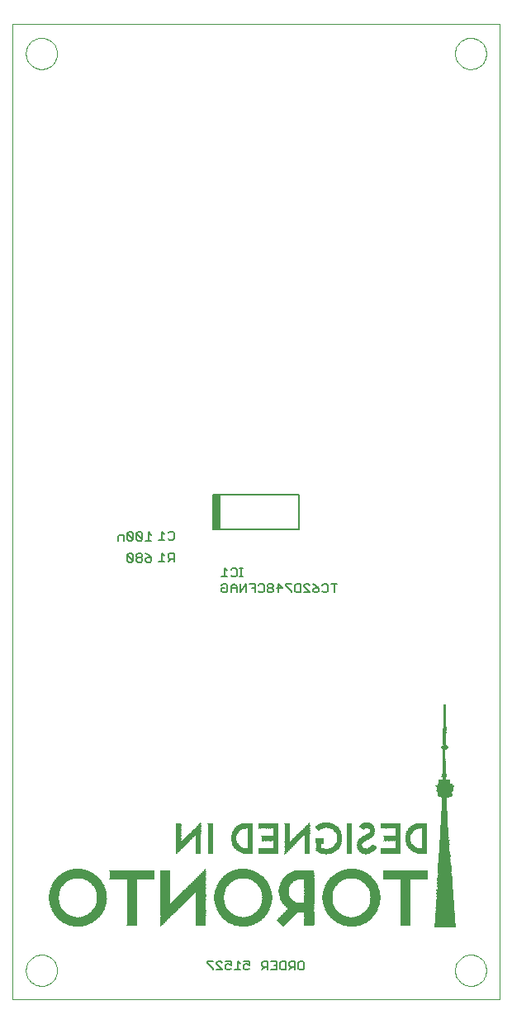
<source format=gbo>
G75*
G70*
%OFA0B0*%
%FSLAX24Y24*%
%IPPOS*%
%LPD*%
%AMOC8*
5,1,8,0,0,1.08239X$1,22.5*
%
%ADD10C,0.0000*%
%ADD11C,0.0050*%
%ADD12C,0.0080*%
%ADD13R,0.0315X0.1417*%
%ADD14R,0.0850X0.0010*%
%ADD15R,0.0840X0.0010*%
%ADD16R,0.0010X0.0010*%
%ADD17R,0.0170X0.0010*%
%ADD18R,0.0020X0.0010*%
%ADD19R,0.0140X0.0010*%
%ADD20R,0.0180X0.0010*%
%ADD21R,0.0380X0.0010*%
%ADD22R,0.0040X0.0010*%
%ADD23R,0.0030X0.0010*%
%ADD24R,0.0370X0.0010*%
%ADD25R,0.0460X0.0010*%
%ADD26R,0.0060X0.0010*%
%ADD27R,0.0490X0.0010*%
%ADD28R,0.0480X0.0010*%
%ADD29R,0.0580X0.0010*%
%ADD30R,0.0080X0.0010*%
%ADD31R,0.0560X0.0010*%
%ADD32R,0.0050X0.0010*%
%ADD33R,0.0650X0.0010*%
%ADD34R,0.0100X0.0010*%
%ADD35R,0.0710X0.0010*%
%ADD36R,0.0120X0.0010*%
%ADD37R,0.0070X0.0010*%
%ADD38R,0.0720X0.0010*%
%ADD39R,0.0770X0.0010*%
%ADD40R,0.0830X0.0010*%
%ADD41R,0.0160X0.0010*%
%ADD42R,0.0390X0.0010*%
%ADD43R,0.0090X0.0010*%
%ADD44R,0.0870X0.0010*%
%ADD45R,0.0880X0.0010*%
%ADD46R,0.0110X0.0010*%
%ADD47R,0.0930X0.0010*%
%ADD48R,0.0200X0.0010*%
%ADD49R,0.0820X0.0010*%
%ADD50R,0.0970X0.0010*%
%ADD51R,0.0220X0.0010*%
%ADD52R,0.1010X0.0010*%
%ADD53R,0.0240X0.0010*%
%ADD54R,0.0130X0.0010*%
%ADD55R,0.1020X0.0010*%
%ADD56R,0.1050X0.0010*%
%ADD57R,0.0260X0.0010*%
%ADD58R,0.1090X0.0010*%
%ADD59R,0.0280X0.0010*%
%ADD60R,0.0150X0.0010*%
%ADD61R,0.1130X0.0010*%
%ADD62R,0.0300X0.0010*%
%ADD63R,0.1170X0.0010*%
%ADD64R,0.0320X0.0010*%
%ADD65R,0.1200X0.0010*%
%ADD66R,0.0340X0.0010*%
%ADD67R,0.1230X0.0010*%
%ADD68R,0.0360X0.0010*%
%ADD69R,0.0190X0.0010*%
%ADD70R,0.1270X0.0010*%
%ADD71R,0.1290X0.0010*%
%ADD72R,0.0400X0.0010*%
%ADD73R,0.0210X0.0010*%
%ADD74R,0.1330X0.0010*%
%ADD75R,0.0420X0.0010*%
%ADD76R,0.1320X0.0010*%
%ADD77R,0.1350X0.0010*%
%ADD78R,0.0440X0.0010*%
%ADD79R,0.1380X0.0010*%
%ADD80R,0.1370X0.0010*%
%ADD81R,0.1410X0.0010*%
%ADD82R,0.0250X0.0010*%
%ADD83R,0.0800X0.0010*%
%ADD84R,0.1430X0.0010*%
%ADD85R,0.0500X0.0010*%
%ADD86R,0.1460X0.0010*%
%ADD87R,0.0520X0.0010*%
%ADD88R,0.0270X0.0010*%
%ADD89R,0.0810X0.0010*%
%ADD90R,0.1490X0.0010*%
%ADD91R,0.0530X0.0010*%
%ADD92R,0.0290X0.0010*%
%ADD93R,0.1510X0.0010*%
%ADD94R,0.0540X0.0010*%
%ADD95R,0.1530X0.0010*%
%ADD96R,0.1550X0.0010*%
%ADD97R,0.0310X0.0010*%
%ADD98R,0.1580X0.0010*%
%ADD99R,0.1570X0.0010*%
%ADD100R,0.1590X0.0010*%
%ADD101R,0.0330X0.0010*%
%ADD102R,0.1610X0.0010*%
%ADD103R,0.1630X0.0010*%
%ADD104R,0.1640X0.0010*%
%ADD105R,0.1660X0.0010*%
%ADD106R,0.1650X0.0010*%
%ADD107R,0.1680X0.0010*%
%ADD108R,0.1670X0.0010*%
%ADD109R,0.0790X0.0010*%
%ADD110R,0.0740X0.0010*%
%ADD111R,0.0760X0.0010*%
%ADD112R,0.0780X0.0010*%
%ADD113R,0.0700X0.0010*%
%ADD114R,0.0670X0.0010*%
%ADD115R,0.0680X0.0010*%
%ADD116R,0.0410X0.0010*%
%ADD117R,0.0640X0.0010*%
%ADD118R,0.0630X0.0010*%
%ADD119R,0.0430X0.0010*%
%ADD120R,0.0610X0.0010*%
%ADD121R,0.0620X0.0010*%
%ADD122R,0.0600X0.0010*%
%ADD123R,0.0590X0.0010*%
%ADD124R,0.0570X0.0010*%
%ADD125R,0.0550X0.0010*%
%ADD126R,0.0510X0.0010*%
%ADD127R,0.0470X0.0010*%
%ADD128R,0.1150X0.0010*%
%ADD129R,0.1140X0.0010*%
%ADD130R,0.0450X0.0010*%
%ADD131R,0.1120X0.0010*%
%ADD132R,0.1110X0.0010*%
%ADD133R,0.0660X0.0010*%
%ADD134R,0.0750X0.0010*%
%ADD135R,0.1100X0.0010*%
%ADD136R,0.0690X0.0010*%
%ADD137R,0.1070X0.0010*%
%ADD138R,0.1060X0.0010*%
%ADD139R,0.0730X0.0010*%
%ADD140R,0.1030X0.0010*%
%ADD141R,0.1040X0.0010*%
%ADD142R,0.1080X0.0010*%
%ADD143R,0.1160X0.0010*%
%ADD144R,0.1190X0.0010*%
%ADD145R,0.0860X0.0010*%
%ADD146R,0.0900X0.0010*%
%ADD147R,0.1210X0.0010*%
%ADD148R,0.1220X0.0010*%
%ADD149R,0.0910X0.0010*%
%ADD150R,0.1240X0.0010*%
%ADD151R,0.1250X0.0010*%
%ADD152R,0.0920X0.0010*%
%ADD153R,0.0890X0.0010*%
%ADD154R,0.1780X0.0010*%
%ADD155R,0.1790X0.0010*%
%ADD156R,0.1770X0.0010*%
%ADD157R,0.0350X0.0010*%
%ADD158R,0.1180X0.0010*%
%ADD159R,0.1620X0.0010*%
%ADD160R,0.1600X0.0010*%
%ADD161R,0.1390X0.0010*%
%ADD162R,0.1000X0.0010*%
%ADD163R,0.0990X0.0010*%
%ADD164R,0.0960X0.0010*%
%ADD165R,0.0940X0.0010*%
%ADD166R,0.0230X0.0010*%
%ADD167R,0.0110X0.0750*%
%ADD168R,0.0080X0.0910*%
D10*
X000554Y000554D02*
X000554Y039924D01*
X020239Y039924D01*
X020239Y000554D01*
X000554Y000554D01*
X001105Y001735D02*
X001107Y001785D01*
X001113Y001835D01*
X001123Y001884D01*
X001137Y001932D01*
X001154Y001979D01*
X001175Y002024D01*
X001200Y002068D01*
X001228Y002109D01*
X001260Y002148D01*
X001294Y002185D01*
X001331Y002219D01*
X001371Y002249D01*
X001413Y002276D01*
X001457Y002300D01*
X001503Y002321D01*
X001550Y002337D01*
X001598Y002350D01*
X001648Y002359D01*
X001697Y002364D01*
X001748Y002365D01*
X001798Y002362D01*
X001847Y002355D01*
X001896Y002344D01*
X001944Y002329D01*
X001990Y002311D01*
X002035Y002289D01*
X002078Y002263D01*
X002119Y002234D01*
X002158Y002202D01*
X002194Y002167D01*
X002226Y002129D01*
X002256Y002089D01*
X002283Y002046D01*
X002306Y002002D01*
X002325Y001956D01*
X002341Y001908D01*
X002353Y001859D01*
X002361Y001810D01*
X002365Y001760D01*
X002365Y001710D01*
X002361Y001660D01*
X002353Y001611D01*
X002341Y001562D01*
X002325Y001514D01*
X002306Y001468D01*
X002283Y001424D01*
X002256Y001381D01*
X002226Y001341D01*
X002194Y001303D01*
X002158Y001268D01*
X002119Y001236D01*
X002078Y001207D01*
X002035Y001181D01*
X001990Y001159D01*
X001944Y001141D01*
X001896Y001126D01*
X001847Y001115D01*
X001798Y001108D01*
X001748Y001105D01*
X001697Y001106D01*
X001648Y001111D01*
X001598Y001120D01*
X001550Y001133D01*
X001503Y001149D01*
X001457Y001170D01*
X001413Y001194D01*
X001371Y001221D01*
X001331Y001251D01*
X001294Y001285D01*
X001260Y001322D01*
X001228Y001361D01*
X001200Y001402D01*
X001175Y001446D01*
X001154Y001491D01*
X001137Y001538D01*
X001123Y001586D01*
X001113Y001635D01*
X001107Y001685D01*
X001105Y001735D01*
X018428Y001735D02*
X018430Y001785D01*
X018436Y001835D01*
X018446Y001884D01*
X018460Y001932D01*
X018477Y001979D01*
X018498Y002024D01*
X018523Y002068D01*
X018551Y002109D01*
X018583Y002148D01*
X018617Y002185D01*
X018654Y002219D01*
X018694Y002249D01*
X018736Y002276D01*
X018780Y002300D01*
X018826Y002321D01*
X018873Y002337D01*
X018921Y002350D01*
X018971Y002359D01*
X019020Y002364D01*
X019071Y002365D01*
X019121Y002362D01*
X019170Y002355D01*
X019219Y002344D01*
X019267Y002329D01*
X019313Y002311D01*
X019358Y002289D01*
X019401Y002263D01*
X019442Y002234D01*
X019481Y002202D01*
X019517Y002167D01*
X019549Y002129D01*
X019579Y002089D01*
X019606Y002046D01*
X019629Y002002D01*
X019648Y001956D01*
X019664Y001908D01*
X019676Y001859D01*
X019684Y001810D01*
X019688Y001760D01*
X019688Y001710D01*
X019684Y001660D01*
X019676Y001611D01*
X019664Y001562D01*
X019648Y001514D01*
X019629Y001468D01*
X019606Y001424D01*
X019579Y001381D01*
X019549Y001341D01*
X019517Y001303D01*
X019481Y001268D01*
X019442Y001236D01*
X019401Y001207D01*
X019358Y001181D01*
X019313Y001159D01*
X019267Y001141D01*
X019219Y001126D01*
X019170Y001115D01*
X019121Y001108D01*
X019071Y001105D01*
X019020Y001106D01*
X018971Y001111D01*
X018921Y001120D01*
X018873Y001133D01*
X018826Y001149D01*
X018780Y001170D01*
X018736Y001194D01*
X018694Y001221D01*
X018654Y001251D01*
X018617Y001285D01*
X018583Y001322D01*
X018551Y001361D01*
X018523Y001402D01*
X018498Y001446D01*
X018477Y001491D01*
X018460Y001538D01*
X018446Y001586D01*
X018436Y001635D01*
X018430Y001685D01*
X018428Y001735D01*
X018428Y038743D02*
X018430Y038793D01*
X018436Y038843D01*
X018446Y038892D01*
X018460Y038940D01*
X018477Y038987D01*
X018498Y039032D01*
X018523Y039076D01*
X018551Y039117D01*
X018583Y039156D01*
X018617Y039193D01*
X018654Y039227D01*
X018694Y039257D01*
X018736Y039284D01*
X018780Y039308D01*
X018826Y039329D01*
X018873Y039345D01*
X018921Y039358D01*
X018971Y039367D01*
X019020Y039372D01*
X019071Y039373D01*
X019121Y039370D01*
X019170Y039363D01*
X019219Y039352D01*
X019267Y039337D01*
X019313Y039319D01*
X019358Y039297D01*
X019401Y039271D01*
X019442Y039242D01*
X019481Y039210D01*
X019517Y039175D01*
X019549Y039137D01*
X019579Y039097D01*
X019606Y039054D01*
X019629Y039010D01*
X019648Y038964D01*
X019664Y038916D01*
X019676Y038867D01*
X019684Y038818D01*
X019688Y038768D01*
X019688Y038718D01*
X019684Y038668D01*
X019676Y038619D01*
X019664Y038570D01*
X019648Y038522D01*
X019629Y038476D01*
X019606Y038432D01*
X019579Y038389D01*
X019549Y038349D01*
X019517Y038311D01*
X019481Y038276D01*
X019442Y038244D01*
X019401Y038215D01*
X019358Y038189D01*
X019313Y038167D01*
X019267Y038149D01*
X019219Y038134D01*
X019170Y038123D01*
X019121Y038116D01*
X019071Y038113D01*
X019020Y038114D01*
X018971Y038119D01*
X018921Y038128D01*
X018873Y038141D01*
X018826Y038157D01*
X018780Y038178D01*
X018736Y038202D01*
X018694Y038229D01*
X018654Y038259D01*
X018617Y038293D01*
X018583Y038330D01*
X018551Y038369D01*
X018523Y038410D01*
X018498Y038454D01*
X018477Y038499D01*
X018460Y038546D01*
X018446Y038594D01*
X018436Y038643D01*
X018430Y038693D01*
X018428Y038743D01*
X001105Y038743D02*
X001107Y038793D01*
X001113Y038843D01*
X001123Y038892D01*
X001137Y038940D01*
X001154Y038987D01*
X001175Y039032D01*
X001200Y039076D01*
X001228Y039117D01*
X001260Y039156D01*
X001294Y039193D01*
X001331Y039227D01*
X001371Y039257D01*
X001413Y039284D01*
X001457Y039308D01*
X001503Y039329D01*
X001550Y039345D01*
X001598Y039358D01*
X001648Y039367D01*
X001697Y039372D01*
X001748Y039373D01*
X001798Y039370D01*
X001847Y039363D01*
X001896Y039352D01*
X001944Y039337D01*
X001990Y039319D01*
X002035Y039297D01*
X002078Y039271D01*
X002119Y039242D01*
X002158Y039210D01*
X002194Y039175D01*
X002226Y039137D01*
X002256Y039097D01*
X002283Y039054D01*
X002306Y039010D01*
X002325Y038964D01*
X002341Y038916D01*
X002353Y038867D01*
X002361Y038818D01*
X002365Y038768D01*
X002365Y038718D01*
X002361Y038668D01*
X002353Y038619D01*
X002341Y038570D01*
X002325Y038522D01*
X002306Y038476D01*
X002283Y038432D01*
X002256Y038389D01*
X002226Y038349D01*
X002194Y038311D01*
X002158Y038276D01*
X002119Y038244D01*
X002078Y038215D01*
X002035Y038189D01*
X001990Y038167D01*
X001944Y038149D01*
X001896Y038134D01*
X001847Y038123D01*
X001798Y038116D01*
X001748Y038113D01*
X001697Y038114D01*
X001648Y038119D01*
X001598Y038128D01*
X001550Y038141D01*
X001503Y038157D01*
X001457Y038178D01*
X001413Y038202D01*
X001371Y038229D01*
X001331Y038259D01*
X001294Y038293D01*
X001260Y038330D01*
X001228Y038369D01*
X001200Y038410D01*
X001175Y038454D01*
X001154Y038499D01*
X001137Y038546D01*
X001123Y038594D01*
X001113Y038643D01*
X001107Y038693D01*
X001105Y038743D01*
D11*
X005261Y019432D02*
X005203Y019373D01*
X005436Y019140D01*
X005378Y019081D01*
X005261Y019081D01*
X005203Y019140D01*
X005203Y019373D01*
X005261Y019432D02*
X005378Y019432D01*
X005436Y019373D01*
X005436Y019140D01*
X005571Y019140D02*
X005630Y019081D01*
X005746Y019081D01*
X005805Y019140D01*
X005571Y019373D01*
X005571Y019140D01*
X005571Y019373D02*
X005630Y019432D01*
X005746Y019432D01*
X005805Y019373D01*
X005805Y019140D01*
X005940Y019081D02*
X006173Y019081D01*
X006056Y019081D02*
X006056Y019432D01*
X006173Y019315D01*
X006477Y019097D02*
X006710Y019097D01*
X006594Y019097D02*
X006594Y019447D01*
X006710Y019331D01*
X006845Y019389D02*
X006903Y019447D01*
X007020Y019447D01*
X007079Y019389D01*
X007079Y019155D01*
X007020Y019097D01*
X006903Y019097D01*
X006845Y019155D01*
X006903Y018581D02*
X006845Y018523D01*
X006845Y018406D01*
X006903Y018348D01*
X007079Y018348D01*
X007079Y018231D02*
X007079Y018581D01*
X006903Y018581D01*
X006710Y018464D02*
X006594Y018581D01*
X006594Y018231D01*
X006710Y018231D02*
X006477Y018231D01*
X006845Y018231D02*
X006962Y018348D01*
X006173Y018390D02*
X005998Y018390D01*
X005940Y018332D01*
X005940Y018274D01*
X005998Y018215D01*
X006115Y018215D01*
X006173Y018274D01*
X006173Y018390D01*
X006056Y018507D01*
X005940Y018565D01*
X005805Y018507D02*
X005805Y018449D01*
X005746Y018390D01*
X005630Y018390D01*
X005571Y018332D01*
X005571Y018274D01*
X005630Y018215D01*
X005746Y018215D01*
X005805Y018274D01*
X005805Y018332D01*
X005746Y018390D01*
X005630Y018390D02*
X005571Y018449D01*
X005571Y018507D01*
X005630Y018565D01*
X005746Y018565D01*
X005805Y018507D01*
X005436Y018507D02*
X005378Y018565D01*
X005261Y018565D01*
X005203Y018507D01*
X005436Y018274D01*
X005378Y018215D01*
X005261Y018215D01*
X005203Y018274D01*
X005203Y018507D01*
X005436Y018507D02*
X005436Y018274D01*
X005068Y019081D02*
X005068Y019315D01*
X004893Y019315D01*
X004835Y019256D01*
X004835Y019081D01*
X009011Y017620D02*
X009244Y017620D01*
X009127Y017620D02*
X009127Y017971D01*
X009244Y017854D01*
X009379Y017912D02*
X009437Y017971D01*
X009554Y017971D01*
X009612Y017912D01*
X009612Y017679D01*
X009554Y017620D01*
X009437Y017620D01*
X009379Y017679D01*
X009496Y017341D02*
X009379Y017224D01*
X009379Y016990D01*
X009244Y017049D02*
X009186Y016990D01*
X009069Y016990D01*
X009011Y017049D01*
X009011Y017165D01*
X009127Y017165D01*
X009244Y017049D02*
X009244Y017282D01*
X009186Y017341D01*
X009069Y017341D01*
X009011Y017282D01*
X009379Y017165D02*
X009612Y017165D01*
X009612Y017224D02*
X009496Y017341D01*
X009612Y017224D02*
X009612Y016990D01*
X009747Y016990D02*
X009747Y017341D01*
X009981Y017341D02*
X009747Y016990D01*
X009981Y016990D02*
X009981Y017341D01*
X010116Y017341D02*
X010349Y017341D01*
X010349Y016990D01*
X010484Y017049D02*
X010542Y016990D01*
X010659Y016990D01*
X010717Y017049D01*
X010717Y017282D01*
X010659Y017341D01*
X010542Y017341D01*
X010484Y017282D01*
X010349Y017165D02*
X010232Y017165D01*
X009858Y017620D02*
X009741Y017620D01*
X009800Y017620D02*
X009800Y017971D01*
X009858Y017971D02*
X009741Y017971D01*
X010852Y017282D02*
X010852Y017224D01*
X010911Y017165D01*
X011027Y017165D01*
X011086Y017224D01*
X011086Y017282D01*
X011027Y017341D01*
X010911Y017341D01*
X010852Y017282D01*
X010911Y017165D02*
X010852Y017107D01*
X010852Y017049D01*
X010911Y016990D01*
X011027Y016990D01*
X011086Y017049D01*
X011086Y017107D01*
X011027Y017165D01*
X011221Y017165D02*
X011454Y017165D01*
X011279Y017341D01*
X011279Y016990D01*
X011589Y017282D02*
X011822Y017049D01*
X011822Y016990D01*
X011957Y017049D02*
X011957Y017282D01*
X012016Y017341D01*
X012191Y017341D01*
X012191Y016990D01*
X012016Y016990D01*
X011957Y017049D01*
X011822Y017341D02*
X011589Y017341D01*
X011589Y017282D01*
X012325Y017282D02*
X012384Y017341D01*
X012501Y017341D01*
X012559Y017282D01*
X012694Y017341D02*
X012811Y017282D01*
X012927Y017165D01*
X012752Y017165D01*
X012694Y017107D01*
X012694Y017049D01*
X012752Y016990D01*
X012869Y016990D01*
X012927Y017049D01*
X012927Y017165D01*
X013062Y017049D02*
X013120Y016990D01*
X013237Y016990D01*
X013296Y017049D01*
X013296Y017282D01*
X013237Y017341D01*
X013120Y017341D01*
X013062Y017282D01*
X013430Y017341D02*
X013664Y017341D01*
X013547Y017341D02*
X013547Y016990D01*
X012559Y016990D02*
X012325Y017224D01*
X012325Y017282D01*
X012325Y016990D02*
X012559Y016990D01*
X012282Y002111D02*
X012165Y002111D01*
X012107Y002052D01*
X012107Y001819D01*
X012165Y001760D01*
X012282Y001760D01*
X012340Y001819D01*
X012340Y002052D01*
X012282Y002111D01*
X011972Y002111D02*
X011972Y001760D01*
X011972Y001877D02*
X011797Y001877D01*
X011739Y001936D01*
X011739Y002052D01*
X011797Y002111D01*
X011972Y002111D01*
X011855Y001877D02*
X011739Y001760D01*
X011604Y001760D02*
X011604Y002111D01*
X011429Y002111D01*
X011370Y002052D01*
X011370Y001819D01*
X011429Y001760D01*
X011604Y001760D01*
X011235Y001760D02*
X011235Y002111D01*
X011002Y002111D01*
X010867Y002111D02*
X010692Y002111D01*
X010634Y002052D01*
X010634Y001936D01*
X010692Y001877D01*
X010867Y001877D01*
X010867Y001760D02*
X010867Y002111D01*
X010750Y001877D02*
X010634Y001760D01*
X011002Y001760D02*
X011235Y001760D01*
X011235Y001936D02*
X011119Y001936D01*
X010131Y001936D02*
X010014Y001994D01*
X009955Y001994D01*
X009897Y001936D01*
X009897Y001819D01*
X009955Y001760D01*
X010072Y001760D01*
X010131Y001819D01*
X010131Y001936D02*
X010131Y002111D01*
X009897Y002111D01*
X009762Y001994D02*
X009645Y002111D01*
X009645Y001760D01*
X009529Y001760D02*
X009762Y001760D01*
X009394Y001819D02*
X009336Y001760D01*
X009219Y001760D01*
X009160Y001819D01*
X009160Y001936D01*
X009219Y001994D01*
X009277Y001994D01*
X009394Y001936D01*
X009394Y002111D01*
X009160Y002111D01*
X009026Y002052D02*
X008967Y002111D01*
X008850Y002111D01*
X008792Y002052D01*
X008792Y001994D01*
X009026Y001760D01*
X008792Y001760D01*
X008657Y001760D02*
X008657Y001819D01*
X008424Y002052D01*
X008424Y002111D01*
X008657Y002111D01*
D12*
X008665Y019531D02*
X012129Y019531D01*
X012129Y020948D01*
X008665Y020948D01*
X008665Y019531D01*
D13*
X008822Y020239D03*
D14*
X012305Y005700D03*
X006965Y004320D03*
X006955Y004310D03*
X018015Y003510D03*
X018025Y003470D03*
X018015Y003460D03*
D15*
X018020Y003480D03*
X018020Y003490D03*
X018020Y003500D03*
X018020Y003520D03*
X018020Y003530D03*
X018020Y003540D03*
X018020Y003550D03*
X018020Y003560D03*
X018020Y003570D03*
X018020Y003590D03*
X018020Y003610D03*
X013240Y006570D03*
X007940Y004980D03*
X007940Y004970D03*
D16*
X008115Y003540D03*
X006905Y005750D03*
X006885Y005750D03*
X006865Y005750D03*
X006835Y005750D03*
X006805Y005750D03*
X006785Y005750D03*
X006765Y005750D03*
X006745Y005750D03*
X006715Y005750D03*
X006645Y005750D03*
X006615Y005750D03*
X006565Y005750D03*
X006545Y005750D03*
X006265Y005750D03*
X006245Y005750D03*
X006225Y005750D03*
X006195Y005750D03*
X006165Y005750D03*
X006145Y005750D03*
X006125Y005750D03*
X006105Y005750D03*
X006075Y005750D03*
X006005Y005750D03*
X005975Y005750D03*
X005945Y005750D03*
X005925Y005750D03*
X005895Y005750D03*
X005855Y005750D03*
X005835Y005750D03*
X005765Y005750D03*
X005725Y005750D03*
X005685Y005750D03*
X005665Y005750D03*
X005645Y005750D03*
X005625Y005750D03*
X005595Y005750D03*
X005525Y005750D03*
X005495Y005750D03*
X005465Y005750D03*
X005445Y005750D03*
X005415Y005750D03*
X005375Y005750D03*
X005355Y005750D03*
X005285Y005750D03*
X005245Y005750D03*
X005205Y005750D03*
X005185Y005750D03*
X005165Y005750D03*
X005145Y005750D03*
X005115Y005750D03*
X005045Y005750D03*
X005015Y005750D03*
X004985Y005750D03*
X004965Y005750D03*
X004935Y005750D03*
X004895Y005750D03*
X004875Y005750D03*
X004805Y005750D03*
X004765Y005750D03*
X004725Y005750D03*
X004705Y005750D03*
X004685Y005750D03*
X004665Y005750D03*
X004635Y005750D03*
X004595Y005750D03*
X004575Y005750D03*
X004555Y005750D03*
X004535Y005390D03*
X004585Y005390D03*
X004695Y005390D03*
X004935Y005390D03*
X005145Y005390D03*
X005815Y005390D03*
X005905Y005390D03*
X006065Y005390D03*
X006265Y005390D03*
X006545Y003490D03*
X005555Y003540D03*
X005205Y003540D03*
X003575Y005750D03*
X003505Y005770D03*
X003355Y005800D03*
X003075Y005800D03*
X003025Y003880D03*
X003135Y003860D03*
X003095Y003500D03*
X003015Y003510D03*
X003315Y003500D03*
X007185Y007650D03*
X007235Y007650D03*
X007375Y007650D03*
X009735Y005800D03*
X009765Y005800D03*
X009805Y005440D03*
X009965Y005440D03*
X009995Y005800D03*
X010075Y005790D03*
X009935Y006640D03*
X009995Y007450D03*
X009965Y007650D03*
X009935Y007650D03*
X010255Y007650D03*
X010525Y007650D03*
X010525Y007450D03*
X010595Y007450D03*
X010745Y007650D03*
X010805Y007650D03*
X010825Y007650D03*
X010825Y007450D03*
X010925Y007450D03*
X010995Y007450D03*
X011015Y007150D03*
X011035Y007150D03*
X011055Y007150D03*
X010965Y007150D03*
X010945Y007150D03*
X010885Y007150D03*
X010805Y007150D03*
X010785Y007150D03*
X010725Y007150D03*
X010645Y007150D03*
X010625Y007150D03*
X010645Y006950D03*
X010695Y006950D03*
X010715Y006950D03*
X010835Y006950D03*
X010955Y006950D03*
X010995Y006950D03*
X011035Y006950D03*
X011285Y007650D03*
X011705Y007650D03*
X011725Y007650D03*
X011565Y006410D03*
X012045Y005370D03*
X012215Y005390D03*
X012265Y005390D03*
X012255Y005750D03*
X012275Y005750D03*
X012315Y005750D03*
X012345Y005750D03*
X012365Y005750D03*
X012385Y005750D03*
X012405Y005750D03*
X012445Y005750D03*
X012485Y005750D03*
X012555Y005750D03*
X012575Y005750D03*
X012615Y005750D03*
X012645Y005750D03*
X012665Y005750D03*
X012695Y005750D03*
X012715Y005750D03*
X013215Y006410D03*
X013255Y006410D03*
X013235Y006610D03*
X013135Y006850D03*
X013105Y006850D03*
X013055Y006850D03*
X013065Y007050D03*
X013085Y007050D03*
X013105Y007050D03*
X013125Y007050D03*
X013045Y007050D03*
X012935Y007050D03*
X012875Y007050D03*
X012815Y007050D03*
X013185Y007480D03*
X013285Y007480D03*
X013305Y007680D03*
X013365Y007670D03*
X013105Y007670D03*
X014245Y007650D03*
X014745Y007410D03*
X014865Y007470D03*
X014825Y007680D03*
X014825Y006620D03*
X014825Y006410D03*
X014855Y006410D03*
X014445Y005790D03*
X014375Y005800D03*
X014355Y005800D03*
X015585Y005750D03*
X015605Y005750D03*
X015645Y005750D03*
X015665Y005750D03*
X015685Y005750D03*
X015725Y005750D03*
X015765Y005750D03*
X015785Y005750D03*
X015805Y005750D03*
X015825Y005750D03*
X015845Y005750D03*
X015875Y005750D03*
X015905Y005750D03*
X015925Y005750D03*
X015965Y005750D03*
X015985Y005750D03*
X016005Y005750D03*
X016045Y005750D03*
X016085Y005750D03*
X016105Y005750D03*
X016125Y005750D03*
X016145Y005750D03*
X016165Y005750D03*
X016195Y005750D03*
X016225Y005750D03*
X016245Y005750D03*
X016285Y005750D03*
X016305Y005750D03*
X016325Y005750D03*
X016365Y005750D03*
X016405Y005750D03*
X016425Y005750D03*
X016445Y005750D03*
X016465Y005750D03*
X016485Y005750D03*
X016515Y005750D03*
X016545Y005750D03*
X016565Y005750D03*
X016605Y005750D03*
X016625Y005750D03*
X016645Y005750D03*
X016685Y005750D03*
X016725Y005750D03*
X016795Y005750D03*
X016825Y005750D03*
X016845Y005750D03*
X016865Y005750D03*
X016885Y005750D03*
X016925Y005750D03*
X016965Y005750D03*
X017035Y005750D03*
X017055Y005750D03*
X017095Y005750D03*
X017125Y005750D03*
X017145Y005750D03*
X017175Y005750D03*
X017205Y005750D03*
X017275Y005750D03*
X017295Y005750D03*
X017175Y005390D03*
X016945Y005390D03*
X016785Y005390D03*
X016955Y006440D03*
X017015Y007450D03*
X016985Y007650D03*
X017125Y007650D03*
X017145Y007650D03*
X017245Y007650D03*
X017675Y009180D03*
X017905Y009530D03*
X017925Y009530D03*
X018345Y009180D03*
X018365Y009180D03*
X016185Y007650D03*
X016165Y007650D03*
X016025Y007650D03*
X016005Y007650D03*
X015865Y007650D03*
X015845Y007650D03*
X015705Y007650D03*
X015685Y007650D03*
X015545Y007650D03*
X015525Y007650D03*
X015675Y007450D03*
X015675Y007150D03*
X015695Y007150D03*
X015715Y007150D03*
X015765Y007150D03*
X015825Y007150D03*
X015845Y007150D03*
X015895Y007150D03*
X015915Y007150D03*
X015935Y007150D03*
X015965Y007150D03*
X015915Y006950D03*
X015795Y006950D03*
X015675Y006950D03*
X015555Y006950D03*
X015565Y007150D03*
X015585Y007150D03*
X015605Y007150D03*
X015655Y007150D03*
X015655Y005390D03*
X015545Y005390D03*
X015975Y005390D03*
X016155Y005390D03*
X016275Y003540D03*
X016595Y003540D03*
X014495Y003520D03*
X014365Y003500D03*
X014175Y003860D03*
X014005Y003520D03*
X012675Y003540D03*
X012265Y004070D03*
X012185Y004070D03*
X012105Y004070D03*
X012125Y004430D03*
X012145Y004430D03*
X012175Y004430D03*
X012205Y004430D03*
X012235Y004430D03*
X012255Y004430D03*
X012275Y004430D03*
X012305Y004430D03*
X012335Y004430D03*
X012235Y005750D03*
X012195Y005750D03*
X012165Y005750D03*
X012115Y005750D03*
X010015Y003870D03*
X009925Y003860D03*
X009815Y003860D03*
X009985Y003500D03*
X010005Y003500D03*
D17*
X011645Y006570D03*
X012475Y007510D03*
X014255Y003500D03*
X008285Y005650D03*
X008275Y005640D03*
X008095Y007520D03*
X006625Y003650D03*
X006615Y003640D03*
D18*
X006550Y003500D03*
X005530Y003540D03*
X005450Y003540D03*
X005410Y003540D03*
X005380Y003540D03*
X005230Y003540D03*
X005170Y005390D03*
X005120Y005390D03*
X005090Y005390D03*
X005060Y005390D03*
X004990Y005390D03*
X004960Y005390D03*
X004910Y005390D03*
X004880Y005390D03*
X004850Y005390D03*
X004820Y005390D03*
X004750Y005390D03*
X004720Y005390D03*
X004670Y005390D03*
X004640Y005390D03*
X004610Y005390D03*
X004560Y005390D03*
X004510Y005390D03*
X004510Y005750D03*
X004830Y005750D03*
X005070Y005750D03*
X005310Y005750D03*
X005550Y005750D03*
X005790Y005750D03*
X005790Y005390D03*
X005760Y005390D03*
X005730Y005390D03*
X005700Y005390D03*
X005630Y005390D03*
X005600Y005390D03*
X005840Y005390D03*
X005930Y005390D03*
X005960Y005390D03*
X005990Y005390D03*
X006090Y005390D03*
X006120Y005390D03*
X006150Y005390D03*
X006180Y005390D03*
X006210Y005390D03*
X006240Y005390D03*
X006030Y005750D03*
X006670Y005750D03*
X007180Y006420D03*
X007210Y007650D03*
X007350Y007650D03*
X008170Y007670D03*
X008450Y007650D03*
X008590Y007650D03*
X008350Y005790D03*
X008350Y005780D03*
X008350Y003540D03*
X008050Y003540D03*
X008010Y003540D03*
X009770Y003500D03*
X009800Y003500D03*
X009930Y006440D03*
X010030Y007650D03*
X010110Y007650D03*
X010230Y007650D03*
X010590Y007650D03*
X010670Y007150D03*
X010700Y007150D03*
X010830Y007150D03*
X010860Y007150D03*
X010990Y007150D03*
X010910Y006950D03*
X010790Y006950D03*
X010850Y007650D03*
X010990Y007650D03*
X011070Y007650D03*
X011190Y007650D03*
X011220Y007650D03*
X011570Y007650D03*
X011610Y007650D03*
X011640Y007650D03*
X011750Y007650D03*
X011570Y006430D03*
X011570Y006420D03*
X012160Y005390D03*
X012190Y005390D03*
X012240Y005390D03*
X012290Y005390D03*
X012320Y005390D03*
X012510Y005750D03*
X012850Y007050D03*
X012910Y007050D03*
X012970Y007050D03*
X013010Y007050D03*
X012930Y007360D03*
X012560Y007670D03*
X012550Y007660D03*
X014130Y007650D03*
X014270Y007650D03*
X014850Y006620D03*
X015110Y006780D03*
X015460Y007650D03*
X015570Y007650D03*
X015730Y007650D03*
X015890Y007650D03*
X016050Y007650D03*
X016210Y007650D03*
X015990Y007150D03*
X015870Y007150D03*
X015740Y007150D03*
X015630Y007150D03*
X015630Y006950D03*
X015750Y006950D03*
X015870Y006950D03*
X015990Y006950D03*
X015550Y005750D03*
X015570Y005390D03*
X015600Y005390D03*
X015630Y005390D03*
X015680Y005390D03*
X015710Y005390D03*
X015860Y005390D03*
X015890Y005390D03*
X015920Y005390D03*
X015950Y005390D03*
X016000Y005390D03*
X016030Y005390D03*
X016640Y005390D03*
X016670Y005390D03*
X016810Y005390D03*
X016840Y005390D03*
X016870Y005390D03*
X016970Y005390D03*
X017000Y005390D03*
X017030Y005390D03*
X017060Y005390D03*
X017090Y005390D03*
X017120Y005390D03*
X017150Y005390D03*
X017200Y005390D03*
X017230Y005390D03*
X017300Y005390D03*
X017230Y005750D03*
X016990Y005750D03*
X016750Y005750D03*
X017010Y007650D03*
X017170Y007650D03*
X017270Y007650D03*
X018110Y009530D03*
X016530Y003540D03*
X016490Y003540D03*
X016250Y003540D03*
X014330Y003860D03*
X014150Y003500D03*
X014130Y005800D03*
X012650Y003540D03*
X012430Y003540D03*
X012320Y004070D03*
X012290Y004070D03*
X012240Y004070D03*
X012210Y004070D03*
X012160Y004070D03*
X012130Y004070D03*
X011510Y003500D03*
X003290Y003860D03*
D19*
X006610Y003620D03*
X008290Y005660D03*
X008290Y005670D03*
X008100Y007540D03*
X008110Y007550D03*
X007240Y006540D03*
X009890Y003500D03*
X011510Y003560D03*
X011630Y006540D03*
X012490Y007540D03*
X012500Y007550D03*
X015130Y006730D03*
X018010Y009420D03*
X018010Y009530D03*
D20*
X018010Y008690D03*
X018010Y008660D03*
X018010Y008630D03*
X018010Y010660D03*
X015130Y006720D03*
X014860Y007670D03*
X012940Y007430D03*
X012480Y007520D03*
X012470Y007500D03*
X011650Y006580D03*
X011510Y003580D03*
X008270Y005620D03*
X008270Y005630D03*
X007260Y006580D03*
X008080Y007500D03*
X008090Y007510D03*
X006630Y003660D03*
X003210Y003500D03*
D21*
X002250Y004480D03*
X002250Y004500D03*
X002240Y004530D03*
X002240Y004550D03*
X002240Y004560D03*
X002240Y004570D03*
X002240Y004590D03*
X002240Y004650D03*
X002240Y004680D03*
X002240Y004710D03*
X002240Y004730D03*
X002240Y004740D03*
X002240Y004760D03*
X002250Y004800D03*
X003210Y005790D03*
X004160Y004810D03*
X004170Y004760D03*
X004170Y004750D03*
X004170Y004740D03*
X004170Y004730D03*
X004170Y004700D03*
X004170Y004690D03*
X004180Y004610D03*
X004170Y004600D03*
X004170Y004580D03*
X004170Y004560D03*
X004170Y004550D03*
X004170Y004540D03*
X004170Y004530D03*
X005380Y004560D03*
X005390Y004550D03*
X005390Y004540D03*
X005390Y004530D03*
X005390Y004500D03*
X005390Y004490D03*
X005390Y004470D03*
X005390Y004460D03*
X005390Y004450D03*
X005380Y004440D03*
X005390Y004430D03*
X005390Y004420D03*
X005390Y004410D03*
X005390Y004390D03*
X005390Y004370D03*
X005390Y004350D03*
X005390Y004340D03*
X005390Y004330D03*
X005380Y004320D03*
X005390Y004310D03*
X005390Y004300D03*
X005390Y004290D03*
X005390Y004260D03*
X005390Y004250D03*
X005390Y004230D03*
X005390Y004220D03*
X005390Y004190D03*
X005390Y004180D03*
X005390Y004170D03*
X005390Y004140D03*
X005390Y004130D03*
X005390Y004110D03*
X005390Y004100D03*
X005390Y004090D03*
X005380Y004080D03*
X005390Y004070D03*
X005390Y004060D03*
X005390Y004050D03*
X005390Y004040D03*
X005390Y004020D03*
X005390Y004010D03*
X005390Y003990D03*
X005390Y003980D03*
X005390Y003970D03*
X005380Y003960D03*
X005390Y003950D03*
X005390Y003940D03*
X005390Y003930D03*
X005390Y003900D03*
X005390Y003880D03*
X005390Y003870D03*
X005390Y003860D03*
X005390Y003850D03*
X005380Y003840D03*
X005390Y003830D03*
X005390Y003820D03*
X005390Y003810D03*
X005390Y003780D03*
X005390Y003770D03*
X005390Y003750D03*
X005390Y003740D03*
X005390Y003730D03*
X005390Y003720D03*
X005390Y003710D03*
X005390Y003700D03*
X005390Y003690D03*
X005380Y003680D03*
X005390Y003670D03*
X005390Y003660D03*
X005390Y003650D03*
X005390Y003620D03*
X005390Y003610D03*
X005390Y003590D03*
X005390Y003580D03*
X005390Y003570D03*
X005380Y003560D03*
X005390Y003550D03*
X005390Y004570D03*
X005390Y004580D03*
X005390Y004590D03*
X005390Y004610D03*
X005390Y004630D03*
X005390Y004650D03*
X005390Y004660D03*
X005390Y004670D03*
X005390Y004690D03*
X005390Y004700D03*
X005390Y004710D03*
X005390Y004720D03*
X005390Y004730D03*
X005390Y004740D03*
X005380Y004750D03*
X005390Y004760D03*
X005390Y004770D03*
X005390Y004780D03*
X005390Y004790D03*
X005380Y004800D03*
X005390Y004810D03*
X005390Y004820D03*
X005390Y004830D03*
X005390Y004840D03*
X005390Y004850D03*
X005390Y004880D03*
X005390Y004890D03*
X005390Y004900D03*
X005390Y004910D03*
X005380Y004920D03*
X005390Y004930D03*
X005390Y004940D03*
X005390Y004950D03*
X005390Y004960D03*
X005390Y004970D03*
X005390Y004980D03*
X005380Y004990D03*
X005390Y005000D03*
X005390Y005010D03*
X005390Y005020D03*
X005390Y005030D03*
X005380Y005040D03*
X005390Y005050D03*
X005390Y005060D03*
X005390Y005070D03*
X005390Y005080D03*
X005390Y005090D03*
X005390Y005120D03*
X005390Y005130D03*
X005390Y005140D03*
X005390Y005150D03*
X005380Y005160D03*
X005390Y005170D03*
X005390Y005180D03*
X005390Y005190D03*
X005390Y005200D03*
X005390Y005210D03*
X005390Y005220D03*
X005380Y005230D03*
X005390Y005240D03*
X005390Y005250D03*
X005390Y005260D03*
X005390Y005270D03*
X005380Y005280D03*
X005390Y005290D03*
X005390Y005300D03*
X005390Y005310D03*
X005390Y005320D03*
X005390Y005340D03*
X005390Y005360D03*
X006720Y005280D03*
X006730Y005270D03*
X006730Y005260D03*
X006730Y005250D03*
X006730Y005230D03*
X006730Y005220D03*
X006730Y005210D03*
X006730Y005190D03*
X006730Y005180D03*
X006730Y005170D03*
X006730Y005150D03*
X006730Y005130D03*
X006730Y005100D03*
X006730Y005090D03*
X006730Y005070D03*
X006730Y005050D03*
X006730Y005020D03*
X006730Y005010D03*
X006730Y004990D03*
X006730Y004970D03*
X006730Y004940D03*
X006730Y004930D03*
X006730Y004910D03*
X006730Y004890D03*
X006730Y004860D03*
X006730Y004850D03*
X006730Y004830D03*
X006730Y004820D03*
X006730Y004810D03*
X006730Y004790D03*
X006730Y004780D03*
X006730Y004770D03*
X006730Y004750D03*
X006730Y004740D03*
X006730Y004730D03*
X006730Y004710D03*
X006730Y004690D03*
X006730Y004670D03*
X006730Y004660D03*
X006730Y004650D03*
X006720Y004640D03*
X006730Y004630D03*
X006730Y004620D03*
X006730Y004610D03*
X006730Y004590D03*
X006730Y004580D03*
X006730Y004570D03*
X006730Y004550D03*
X006730Y004540D03*
X006730Y004530D03*
X006730Y004510D03*
X006730Y004500D03*
X006730Y004490D03*
X006730Y004470D03*
X006730Y004450D03*
X006730Y004430D03*
X006730Y004420D03*
X006730Y004410D03*
X006730Y004390D03*
X006730Y003860D03*
X006730Y003850D03*
X006730Y005290D03*
X006730Y005300D03*
X006730Y005310D03*
X006730Y005330D03*
X006730Y005350D03*
X006730Y005370D03*
X006730Y005380D03*
X006730Y005390D03*
X006730Y005410D03*
X006730Y005420D03*
X006730Y005430D03*
X006730Y005450D03*
X006730Y005460D03*
X006730Y005470D03*
X006730Y005490D03*
X006730Y005500D03*
X006730Y005530D03*
X006730Y005550D03*
X006730Y005570D03*
X006730Y005580D03*
X006730Y005610D03*
X006730Y005630D03*
X006730Y005640D03*
X006730Y005650D03*
X006730Y005660D03*
X006730Y005670D03*
X006730Y005690D03*
X006730Y005700D03*
X006730Y005710D03*
X006730Y005730D03*
X007360Y006770D03*
X007360Y006780D03*
X007980Y007300D03*
X007990Y007310D03*
X008180Y005440D03*
X008170Y005430D03*
X008170Y004870D03*
X008170Y004860D03*
X008170Y004830D03*
X008170Y004820D03*
X008170Y004790D03*
X008180Y004780D03*
X008170Y004770D03*
X008170Y004760D03*
X008170Y004740D03*
X008180Y004730D03*
X008170Y004720D03*
X008170Y004710D03*
X008170Y004700D03*
X008180Y004690D03*
X008170Y004680D03*
X008170Y004670D03*
X008170Y004650D03*
X008170Y004630D03*
X008170Y004600D03*
X008170Y004580D03*
X008180Y004570D03*
X008170Y004560D03*
X008170Y004550D03*
X008170Y004520D03*
X008170Y004480D03*
X008170Y004460D03*
X008170Y004400D03*
X008170Y004380D03*
X008170Y004350D03*
X008170Y004330D03*
X008170Y004290D03*
X008170Y004240D03*
X008170Y004220D03*
X008170Y004190D03*
X008170Y004180D03*
X008170Y004150D03*
X008180Y004140D03*
X008170Y004130D03*
X008170Y004120D03*
X008170Y004100D03*
X008180Y004090D03*
X008170Y004080D03*
X008170Y004070D03*
X008170Y004060D03*
X008180Y004050D03*
X008170Y004040D03*
X008170Y004030D03*
X008170Y004010D03*
X008170Y003990D03*
X008170Y003960D03*
X008170Y003940D03*
X008180Y003930D03*
X008170Y003920D03*
X008170Y003910D03*
X008170Y003880D03*
X008170Y003870D03*
X008170Y003850D03*
X008170Y003810D03*
X008170Y003760D03*
X008170Y003740D03*
X008170Y003710D03*
X008170Y003690D03*
X008170Y003650D03*
X008170Y003600D03*
X008170Y003580D03*
X008170Y003550D03*
X008920Y004480D03*
X008910Y004530D03*
X008910Y004540D03*
X008910Y004570D03*
X008910Y004580D03*
X008910Y004590D03*
X008910Y004610D03*
X008910Y004650D03*
X008910Y004670D03*
X008910Y004690D03*
X008910Y004710D03*
X008910Y004720D03*
X008910Y004740D03*
X008910Y004750D03*
X008910Y004760D03*
X008920Y004810D03*
X009880Y003510D03*
X010830Y004490D03*
X010840Y004530D03*
X010840Y004540D03*
X010840Y004550D03*
X010840Y004570D03*
X010840Y004580D03*
X010840Y004640D03*
X010850Y004650D03*
X010850Y004670D03*
X010840Y004680D03*
X010840Y004720D03*
X010840Y004740D03*
X010840Y004750D03*
X010840Y004760D03*
X010840Y004770D03*
X010830Y004810D03*
X011510Y004870D03*
X011510Y004890D03*
X011510Y004900D03*
X011510Y004930D03*
X011510Y004940D03*
X011510Y004960D03*
X011520Y004980D03*
X011520Y005020D03*
X011520Y004830D03*
X011520Y004810D03*
X011510Y003680D03*
X012540Y003670D03*
X012540Y003660D03*
X012550Y003650D03*
X012540Y003640D03*
X012540Y003630D03*
X012540Y003600D03*
X012540Y003580D03*
X012550Y003570D03*
X012540Y003560D03*
X012540Y003550D03*
X012540Y003700D03*
X012540Y003740D03*
X012540Y003780D03*
X012540Y003810D03*
X012540Y003860D03*
X012550Y003880D03*
X012540Y003890D03*
X012540Y003930D03*
X012540Y003980D03*
X012550Y003990D03*
X012540Y004000D03*
X012550Y004020D03*
X012540Y004030D03*
X012540Y004060D03*
X012540Y004440D03*
X012550Y004450D03*
X012540Y004480D03*
X012550Y004500D03*
X012540Y004510D03*
X012540Y004520D03*
X012540Y004540D03*
X012550Y004560D03*
X012540Y004570D03*
X012540Y004580D03*
X012550Y004590D03*
X012550Y004600D03*
X012540Y004610D03*
X012540Y004650D03*
X012540Y004680D03*
X012550Y004690D03*
X012540Y004700D03*
X012540Y004710D03*
X012540Y004720D03*
X012550Y004730D03*
X012540Y004740D03*
X012540Y004750D03*
X012540Y004790D03*
X012540Y004800D03*
X012550Y004810D03*
X012540Y004820D03*
X012540Y004830D03*
X012550Y004840D03*
X012540Y004850D03*
X012550Y004880D03*
X012540Y004890D03*
X012540Y004920D03*
X012540Y004940D03*
X012550Y004950D03*
X012540Y004970D03*
X012540Y005020D03*
X012540Y005050D03*
X012540Y005060D03*
X012550Y005070D03*
X012550Y005080D03*
X012540Y005090D03*
X012550Y005140D03*
X012540Y005150D03*
X012540Y005160D03*
X012550Y005170D03*
X012540Y005180D03*
X012540Y005190D03*
X012540Y005200D03*
X012550Y005210D03*
X012540Y005220D03*
X012540Y005230D03*
X012540Y005270D03*
X012540Y005280D03*
X012550Y005290D03*
X012540Y005300D03*
X012540Y005310D03*
X012540Y005330D03*
X012540Y005380D03*
X013280Y004770D03*
X013280Y004740D03*
X013280Y004720D03*
X013280Y004710D03*
X013280Y004680D03*
X013280Y004640D03*
X013280Y004600D03*
X013280Y004590D03*
X013280Y004560D03*
X013280Y004550D03*
X013280Y004530D03*
X013290Y004500D03*
X013290Y004480D03*
X013240Y006440D03*
X013520Y006620D03*
X012370Y007300D03*
X011750Y006780D03*
X014250Y003510D03*
X015200Y004480D03*
X015210Y004540D03*
X015210Y004550D03*
X015210Y004560D03*
X015210Y004580D03*
X015210Y004600D03*
X015220Y004630D03*
X015210Y004650D03*
X015220Y004660D03*
X015210Y004690D03*
X015210Y004720D03*
X015210Y004740D03*
X015210Y004750D03*
X015210Y004760D03*
X015200Y004820D03*
X016420Y004840D03*
X016430Y004830D03*
X016430Y004820D03*
X016430Y004810D03*
X016430Y004800D03*
X016430Y004770D03*
X016430Y004760D03*
X016430Y004740D03*
X016430Y004730D03*
X016430Y004710D03*
X016430Y004700D03*
X016430Y004690D03*
X016430Y004660D03*
X016430Y004650D03*
X016430Y004630D03*
X016430Y004620D03*
X016430Y004610D03*
X016430Y004580D03*
X016430Y004570D03*
X016430Y004560D03*
X016430Y004550D03*
X016430Y004540D03*
X016430Y004530D03*
X016430Y004510D03*
X016430Y004500D03*
X016430Y004490D03*
X016430Y004470D03*
X016430Y004450D03*
X016430Y004420D03*
X016430Y004410D03*
X016430Y004390D03*
X016430Y004380D03*
X016430Y004370D03*
X016420Y004360D03*
X016430Y004350D03*
X016430Y004340D03*
X016430Y004330D03*
X016420Y004320D03*
X016430Y004310D03*
X016430Y004300D03*
X016430Y004290D03*
X016430Y004260D03*
X016430Y004250D03*
X016430Y004230D03*
X016430Y004220D03*
X016430Y004210D03*
X016420Y004200D03*
X016430Y004190D03*
X016430Y004180D03*
X016430Y004170D03*
X016430Y004160D03*
X016430Y004130D03*
X016430Y004120D03*
X016430Y004100D03*
X016430Y004090D03*
X016430Y004070D03*
X016430Y004060D03*
X016430Y004050D03*
X016430Y004020D03*
X016430Y004010D03*
X016430Y003990D03*
X016430Y003980D03*
X016430Y003970D03*
X016430Y003940D03*
X016430Y003930D03*
X016430Y003920D03*
X016430Y003910D03*
X016430Y003900D03*
X016430Y003890D03*
X016430Y003870D03*
X016430Y003860D03*
X016430Y003850D03*
X016430Y003830D03*
X016430Y003810D03*
X016430Y003780D03*
X016430Y003770D03*
X016430Y003750D03*
X016430Y003740D03*
X016430Y003730D03*
X016420Y003720D03*
X016430Y003710D03*
X016430Y003700D03*
X016430Y003690D03*
X016420Y003680D03*
X016430Y003670D03*
X016430Y003660D03*
X016430Y003650D03*
X016430Y003620D03*
X016430Y003610D03*
X016430Y003590D03*
X016430Y003580D03*
X016430Y003570D03*
X016420Y003560D03*
X016430Y003550D03*
X016430Y004850D03*
X016430Y004860D03*
X016430Y004870D03*
X016430Y004890D03*
X016430Y004900D03*
X016430Y004930D03*
X016430Y004940D03*
X016430Y004950D03*
X016420Y004960D03*
X016430Y004970D03*
X016430Y004980D03*
X016430Y004990D03*
X016430Y005000D03*
X016430Y005010D03*
X016430Y005030D03*
X016430Y005040D03*
X016430Y005050D03*
X016430Y005060D03*
X016430Y005070D03*
X016420Y005080D03*
X016430Y005090D03*
X016430Y005100D03*
X016430Y005110D03*
X016430Y005120D03*
X016430Y005130D03*
X016430Y005140D03*
X016420Y005150D03*
X016430Y005160D03*
X016430Y005170D03*
X016430Y005180D03*
X016430Y005190D03*
X016420Y005200D03*
X016430Y005210D03*
X016430Y005220D03*
X016430Y005230D03*
X016430Y005240D03*
X016430Y005250D03*
X016430Y005260D03*
X016420Y005270D03*
X016430Y005280D03*
X016430Y005290D03*
X016430Y005310D03*
X016430Y005320D03*
X016430Y005340D03*
X016430Y005350D03*
X016430Y005380D03*
X018010Y006770D03*
X018010Y006810D03*
X018010Y006820D03*
X018010Y006830D03*
X018010Y006840D03*
X018010Y006850D03*
X018010Y006860D03*
X018010Y006870D03*
X018010Y006880D03*
X018010Y006890D03*
X018010Y006910D03*
X018010Y006930D03*
X014920Y007130D03*
D22*
X014740Y007420D03*
X016190Y005390D03*
X016750Y005390D03*
X016910Y005390D03*
X012930Y007370D03*
X012540Y007640D03*
X011580Y006440D03*
X011510Y003510D03*
X008340Y005770D03*
X008150Y007640D03*
X008160Y007650D03*
X007200Y006450D03*
X007190Y006440D03*
X006030Y005390D03*
X006560Y003520D03*
D23*
X006555Y003510D03*
X005485Y003540D03*
X005345Y003540D03*
X005305Y003540D03*
X005265Y003540D03*
X005025Y005390D03*
X004785Y005390D03*
X005665Y005390D03*
X005875Y005390D03*
X007185Y006430D03*
X007275Y007650D03*
X007315Y007650D03*
X008165Y007660D03*
X008555Y007650D03*
X008635Y007650D03*
X009995Y007650D03*
X010075Y007650D03*
X010155Y007650D03*
X010195Y007650D03*
X010555Y007650D03*
X010635Y007650D03*
X010675Y007650D03*
X010715Y007650D03*
X010775Y007650D03*
X010955Y007650D03*
X011035Y007650D03*
X011115Y007650D03*
X011155Y007650D03*
X011255Y007650D03*
X011675Y007650D03*
X012545Y007650D03*
X013195Y007680D03*
X013235Y007680D03*
X013275Y007680D03*
X014085Y007650D03*
X014175Y007650D03*
X014215Y007650D03*
X015495Y007650D03*
X015615Y007650D03*
X015655Y007650D03*
X015775Y007650D03*
X015815Y007650D03*
X015935Y007650D03*
X015975Y007650D03*
X016095Y007650D03*
X016135Y007650D03*
X015795Y007150D03*
X015785Y005390D03*
X015825Y005390D03*
X015745Y005390D03*
X016065Y005390D03*
X016705Y005390D03*
X017265Y005390D03*
X016565Y003540D03*
X016385Y003540D03*
X016345Y003540D03*
X016305Y003540D03*
X017055Y007650D03*
X017095Y007650D03*
X017215Y007650D03*
X012715Y003540D03*
X012545Y003540D03*
X012505Y003540D03*
X012465Y003540D03*
X012385Y003540D03*
X010915Y007150D03*
X010755Y007150D03*
X008305Y003540D03*
X008265Y003540D03*
X008225Y003540D03*
X008185Y003540D03*
X008145Y003540D03*
X008085Y003540D03*
D24*
X008175Y003560D03*
X008175Y003590D03*
X008175Y003620D03*
X008175Y003640D03*
X008175Y003670D03*
X008175Y003700D03*
X008175Y003720D03*
X008175Y003750D03*
X008175Y003780D03*
X008175Y003800D03*
X008175Y003830D03*
X008175Y003860D03*
X008175Y003900D03*
X008175Y003970D03*
X008175Y004020D03*
X008175Y004170D03*
X008175Y004200D03*
X008175Y004230D03*
X008175Y004260D03*
X008175Y004280D03*
X008175Y004310D03*
X008175Y004340D03*
X008175Y004360D03*
X008175Y004390D03*
X008175Y004420D03*
X008175Y004440D03*
X008175Y004470D03*
X008175Y004500D03*
X008175Y004540D03*
X008175Y004610D03*
X008175Y004660D03*
X008175Y004810D03*
X008175Y004840D03*
X008175Y004880D03*
X007995Y007320D03*
X006725Y005740D03*
X006725Y005680D03*
X006725Y005620D03*
X006725Y005590D03*
X006725Y005540D03*
X006725Y005510D03*
X006725Y005340D03*
X006725Y005140D03*
X006725Y005110D03*
X006725Y005060D03*
X006725Y005030D03*
X006725Y004980D03*
X006725Y004950D03*
X006725Y004900D03*
X006725Y004870D03*
X006725Y004700D03*
X006725Y004460D03*
X006715Y003830D03*
X005385Y003790D03*
X005385Y003910D03*
X005385Y004030D03*
X005385Y004150D03*
X005385Y004200D03*
X005385Y004270D03*
X005385Y004360D03*
X005385Y004400D03*
X005385Y004480D03*
X005385Y004520D03*
X005385Y004600D03*
X005385Y004640D03*
X005385Y004870D03*
X005385Y005110D03*
X005385Y005330D03*
X005385Y005370D03*
X004175Y004650D03*
X003215Y003510D03*
X002235Y004630D03*
X002235Y004660D03*
X005385Y003640D03*
X005385Y003600D03*
X009735Y006640D03*
X009875Y005790D03*
X010845Y004610D03*
X011745Y006770D03*
X012385Y007330D03*
X012985Y007480D03*
X013535Y007470D03*
X014245Y005790D03*
X014835Y006460D03*
X014725Y006990D03*
X014935Y007140D03*
X016425Y005370D03*
X016425Y005330D03*
X016425Y004920D03*
X016425Y004880D03*
X016425Y004790D03*
X016425Y004720D03*
X016425Y004670D03*
X016425Y004600D03*
X016425Y004480D03*
X016425Y004440D03*
X016425Y004400D03*
X016425Y004280D03*
X016425Y004240D03*
X016425Y004150D03*
X016425Y004080D03*
X016425Y004030D03*
X016425Y003960D03*
X016425Y003840D03*
X016425Y003800D03*
X016425Y003760D03*
X016425Y003640D03*
X016425Y003600D03*
X018005Y006900D03*
X018005Y006920D03*
X018005Y006950D03*
X018015Y006960D03*
X018005Y006970D03*
X013275Y004660D03*
X013275Y004630D03*
X012545Y004640D03*
X012545Y004620D03*
X012545Y004660D03*
X012545Y004760D03*
X012545Y004780D03*
X012545Y004860D03*
X012545Y004900D03*
X012545Y004930D03*
X012545Y004980D03*
X012545Y005010D03*
X012545Y005040D03*
X012545Y005100D03*
X012545Y005120D03*
X012545Y005240D03*
X012545Y005260D03*
X012545Y005320D03*
X012545Y005340D03*
X012545Y005370D03*
X012545Y004530D03*
X012545Y004470D03*
X012545Y004050D03*
X012545Y003970D03*
X012545Y003940D03*
X012545Y003920D03*
X012545Y003900D03*
X012545Y003850D03*
X012545Y003820D03*
X012545Y003800D03*
X012545Y003770D03*
X012545Y003730D03*
X012545Y003710D03*
X012545Y003680D03*
X012545Y003620D03*
X012545Y003590D03*
D25*
X013440Y004120D03*
X013460Y004090D03*
X013450Y005190D03*
X013450Y005200D03*
X014250Y003520D03*
X015030Y004090D03*
X015050Y004120D03*
X015050Y005180D03*
X015040Y005200D03*
X014840Y006490D03*
X014860Y007590D03*
X013240Y007640D03*
X012330Y007220D03*
X011790Y006860D03*
X011630Y005270D03*
X011630Y004550D03*
X011640Y004540D03*
X011510Y003720D03*
X010680Y004120D03*
X010660Y004090D03*
X010680Y005180D03*
X010670Y005190D03*
X010670Y005200D03*
X010650Y005220D03*
X010030Y006470D03*
X010030Y007620D03*
X009100Y005220D03*
X009080Y005200D03*
X009080Y005190D03*
X009070Y005180D03*
X009070Y004120D03*
X009080Y004110D03*
X009090Y004090D03*
X009100Y004080D03*
X008130Y005350D03*
X007400Y006860D03*
X007940Y007220D03*
X007950Y007230D03*
X006770Y003940D03*
X006770Y003930D03*
X004010Y004120D03*
X003990Y004090D03*
X004010Y005180D03*
X004000Y005200D03*
X002420Y005210D03*
X002410Y005190D03*
X002400Y004120D03*
X002420Y004090D03*
X017060Y007620D03*
X018010Y008730D03*
X018010Y006300D03*
X018010Y006280D03*
X018010Y006270D03*
X018010Y006260D03*
X018010Y006250D03*
X018010Y006240D03*
X018010Y006230D03*
X018010Y006220D03*
X018010Y006210D03*
X018010Y006180D03*
X018010Y006170D03*
D26*
X018010Y011560D03*
X018010Y011580D03*
X018010Y011600D03*
X018010Y011620D03*
X018010Y011640D03*
X018010Y011660D03*
X018010Y011690D03*
X018010Y011710D03*
X018010Y011720D03*
X018010Y011740D03*
X018010Y011760D03*
X018010Y011780D03*
X018010Y011810D03*
X018010Y011830D03*
X018010Y011840D03*
X018010Y011860D03*
X018010Y011880D03*
X018010Y011900D03*
X018010Y011930D03*
X018010Y011950D03*
X018010Y011960D03*
X018010Y011980D03*
X018010Y012000D03*
X018010Y012020D03*
X018010Y012040D03*
X018010Y012060D03*
X018010Y012080D03*
X018010Y012100D03*
X018010Y012120D03*
X018010Y012140D03*
X018010Y012160D03*
X018010Y012180D03*
X018010Y012200D03*
X018010Y012220D03*
X018010Y012240D03*
X018010Y012260D03*
X018010Y012280D03*
X018010Y012300D03*
X018010Y012320D03*
X018010Y012340D03*
X018010Y012360D03*
X018010Y012380D03*
X018010Y012400D03*
X018010Y012420D03*
X018010Y012440D03*
X012930Y007380D03*
X012540Y007630D03*
X012530Y007620D03*
X011590Y006460D03*
X011510Y003520D03*
X008340Y005760D03*
X008140Y007620D03*
X008150Y007630D03*
X007200Y006460D03*
X006570Y003540D03*
D27*
X006775Y003950D03*
X008115Y005320D03*
X008125Y005330D03*
X009135Y005260D03*
X009145Y005270D03*
X009125Y004050D03*
X009135Y004040D03*
X009145Y004030D03*
X009875Y003520D03*
X010615Y004040D03*
X010625Y004050D03*
X010625Y005250D03*
X010615Y005260D03*
X010605Y005270D03*
X010015Y006480D03*
X010025Y007610D03*
X011665Y005310D03*
X011665Y004510D03*
X012325Y007200D03*
X013235Y006460D03*
X013515Y005270D03*
X013505Y005260D03*
X013495Y005250D03*
X013495Y004050D03*
X013505Y004040D03*
X013515Y004030D03*
X014985Y004040D03*
X014995Y004050D03*
X014995Y005250D03*
X014985Y005260D03*
X017045Y006480D03*
X017045Y007610D03*
X018015Y006070D03*
X018015Y006040D03*
X018015Y006010D03*
X018015Y005960D03*
X003955Y005250D03*
X003945Y005260D03*
X003935Y005270D03*
X003205Y005780D03*
X002465Y005260D03*
X002455Y004050D03*
X002465Y004040D03*
X003945Y004040D03*
X003955Y004050D03*
D28*
X003960Y004060D03*
X003200Y003520D03*
X002440Y004070D03*
X002440Y005230D03*
X002460Y005250D03*
X006780Y003960D03*
X007410Y006870D03*
X007940Y007210D03*
X009120Y005250D03*
X009120Y005240D03*
X009110Y005230D03*
X009110Y004070D03*
X009120Y004060D03*
X010650Y004080D03*
X011510Y003730D03*
X011660Y004520D03*
X011660Y005300D03*
X011800Y006880D03*
X012320Y007210D03*
X013480Y005230D03*
X013470Y004080D03*
X013490Y004060D03*
X015000Y004060D03*
X014860Y007580D03*
X018010Y006160D03*
X018010Y006140D03*
X018010Y006130D03*
X018010Y006120D03*
X018010Y006110D03*
X018010Y006100D03*
X018010Y006090D03*
X018010Y006080D03*
X018010Y006060D03*
X018010Y006050D03*
X018010Y006030D03*
X018010Y009260D03*
X018000Y009390D03*
D29*
X018010Y005420D03*
X018010Y005410D03*
X018010Y005370D03*
X018010Y005350D03*
X014850Y005380D03*
X014250Y005770D03*
X013630Y005370D03*
X013240Y006480D03*
X013630Y003930D03*
X014250Y003530D03*
X014870Y007500D03*
X014860Y007510D03*
X014860Y007520D03*
X010490Y003930D03*
X009260Y003930D03*
X009260Y005370D03*
X009970Y007560D03*
X006830Y004060D03*
X006830Y004050D03*
X003820Y003930D03*
X003210Y003530D03*
X002590Y003930D03*
X002590Y005370D03*
D30*
X006580Y003560D03*
X007210Y006480D03*
X008140Y007610D03*
X008330Y005740D03*
X008320Y005730D03*
X008320Y005720D03*
X011600Y006480D03*
X012520Y007600D03*
X012530Y007610D03*
X011510Y003530D03*
D31*
X010520Y003950D03*
X009880Y003530D03*
X009230Y003950D03*
X009230Y005350D03*
X009980Y007570D03*
X010510Y005360D03*
X011730Y005360D03*
X013600Y005350D03*
X013590Y003960D03*
X013600Y003950D03*
X014880Y003940D03*
X014890Y003950D03*
X014890Y005350D03*
X014880Y005360D03*
X014890Y007480D03*
X014860Y007530D03*
X017010Y006510D03*
X018010Y005570D03*
X018010Y005540D03*
X018010Y005530D03*
X018010Y005520D03*
X018010Y005510D03*
X018010Y005490D03*
X018010Y008880D03*
X018010Y008900D03*
X008090Y005260D03*
X008080Y005250D03*
X006820Y004030D03*
X003850Y003950D03*
X003850Y005350D03*
X003840Y005360D03*
X002560Y005350D03*
X002560Y003950D03*
D32*
X006565Y003530D03*
X008335Y005750D03*
X008505Y007650D03*
X010905Y007650D03*
X011585Y006450D03*
X012595Y003540D03*
X014865Y007680D03*
X015115Y006770D03*
X016115Y005390D03*
X016435Y003540D03*
X018015Y011570D03*
X018015Y011590D03*
X018015Y011610D03*
X018015Y011630D03*
X018015Y011650D03*
X018015Y011670D03*
X018015Y011680D03*
X018015Y011700D03*
X018015Y011730D03*
X018015Y011750D03*
X018015Y011770D03*
X018015Y011790D03*
X018015Y011800D03*
X018015Y011820D03*
X018015Y011850D03*
X018015Y011870D03*
X018015Y011890D03*
X018015Y011910D03*
X018015Y011920D03*
X018015Y011940D03*
X018015Y011970D03*
X018015Y011990D03*
X018015Y012010D03*
X018015Y012030D03*
X018015Y012050D03*
X018015Y012070D03*
X018015Y012090D03*
X018015Y012110D03*
X018015Y012130D03*
X018015Y012150D03*
X018015Y012170D03*
X018015Y012190D03*
X018015Y012210D03*
X018015Y012230D03*
X018015Y012250D03*
X018015Y012270D03*
X018015Y012290D03*
X018015Y012310D03*
X018015Y012330D03*
X018015Y012350D03*
X018015Y012370D03*
X018015Y012390D03*
X018015Y012410D03*
X018015Y012430D03*
X018015Y012450D03*
D33*
X016965Y007510D03*
X018015Y004930D03*
X018015Y004920D03*
X018015Y004910D03*
X018015Y004900D03*
X018015Y004890D03*
X018015Y004880D03*
X018015Y004870D03*
X018015Y004860D03*
X018015Y004840D03*
X014855Y006570D03*
X014245Y005760D03*
X013695Y005410D03*
X013235Y006500D03*
X013695Y003890D03*
X014245Y003540D03*
X010425Y003890D03*
X009875Y003540D03*
X009325Y003890D03*
X009325Y005410D03*
X009875Y005760D03*
X009935Y006580D03*
X008045Y005170D03*
X008035Y005160D03*
X006855Y004120D03*
X003205Y003540D03*
X002655Y003890D03*
X002655Y005410D03*
D34*
X007220Y006500D03*
X008120Y007580D03*
X008130Y007590D03*
X011610Y006500D03*
X011510Y003540D03*
X015120Y006750D03*
X018010Y009930D03*
X018010Y009980D03*
X018010Y010010D03*
X018010Y010030D03*
X018010Y010050D03*
X018010Y010070D03*
X018010Y010090D03*
X018010Y010100D03*
X018010Y010120D03*
X018010Y010150D03*
X018010Y010170D03*
X018010Y010190D03*
X018010Y010210D03*
X018010Y010220D03*
X018010Y010240D03*
X018010Y010250D03*
X018010Y010260D03*
X018010Y010290D03*
X018010Y010300D03*
X018010Y010310D03*
X018010Y010320D03*
X018010Y010340D03*
X018010Y010360D03*
X018010Y010380D03*
X018010Y010400D03*
X018010Y010420D03*
X018010Y010440D03*
X018010Y010460D03*
X018010Y010480D03*
X018010Y010500D03*
X018010Y010520D03*
X018010Y010540D03*
X018010Y010560D03*
X018010Y010580D03*
X018010Y010600D03*
X018010Y010620D03*
X018010Y010640D03*
X018010Y010820D03*
X018010Y010830D03*
X018010Y010840D03*
X018010Y010850D03*
X018010Y010860D03*
X018010Y010870D03*
X018010Y010880D03*
X018010Y010890D03*
X018010Y010900D03*
X018010Y010910D03*
X018010Y010920D03*
X018010Y010930D03*
X018010Y010940D03*
X018010Y010950D03*
X018010Y010960D03*
X018010Y010970D03*
X018010Y010990D03*
X018010Y011000D03*
X018010Y011010D03*
X018010Y011020D03*
X018010Y011030D03*
X018010Y011040D03*
X018010Y011050D03*
X018010Y011060D03*
X018010Y011070D03*
X018010Y011080D03*
X018010Y011090D03*
X018010Y011100D03*
X018010Y011110D03*
X018010Y011120D03*
X018010Y011130D03*
X018010Y011140D03*
X018010Y011150D03*
X018010Y011160D03*
X018010Y011170D03*
X018010Y011180D03*
X018010Y011190D03*
X018010Y011200D03*
X018010Y011210D03*
X018010Y011220D03*
X018010Y011230D03*
X018010Y011240D03*
X018010Y011250D03*
X018010Y011260D03*
X018010Y011270D03*
X018010Y011280D03*
X018010Y011300D03*
X018010Y011310D03*
X018010Y011320D03*
X018010Y011340D03*
X018010Y011350D03*
X018010Y011360D03*
X018010Y011370D03*
X018010Y011380D03*
X018010Y011400D03*
X018010Y011420D03*
X018010Y011460D03*
X018010Y011480D03*
D35*
X018015Y009170D03*
X018015Y009140D03*
X016935Y007460D03*
X016935Y006630D03*
X018015Y004540D03*
X018015Y004520D03*
X018015Y004500D03*
X018015Y004490D03*
X018015Y004480D03*
X018015Y004470D03*
X018015Y004460D03*
X018015Y004450D03*
X018015Y004420D03*
X018015Y004400D03*
X014865Y006610D03*
X013745Y003870D03*
X014245Y003550D03*
X013235Y006520D03*
X010385Y003870D03*
X009875Y003550D03*
X009375Y003870D03*
X006895Y004180D03*
X003715Y003870D03*
X002705Y003870D03*
X003205Y005750D03*
D36*
X006600Y003600D03*
X008310Y005690D03*
X008120Y007570D03*
X011620Y006520D03*
X012500Y007560D03*
X012510Y007570D03*
X011510Y003550D03*
X015510Y006630D03*
X018010Y009640D03*
X018000Y009650D03*
X018010Y009660D03*
X018000Y009670D03*
X018010Y009680D03*
X018010Y009770D03*
D37*
X015115Y006760D03*
X014735Y007430D03*
X011595Y006470D03*
X007205Y006470D03*
X006575Y003550D03*
D38*
X008000Y005090D03*
X009880Y005750D03*
X009910Y006630D03*
X014250Y005750D03*
X018020Y004440D03*
X018020Y004430D03*
X018020Y004410D03*
X018020Y004390D03*
X018020Y004380D03*
X018020Y004370D03*
X018020Y004320D03*
X003210Y003550D03*
D39*
X003205Y003560D03*
X002735Y003860D03*
X003675Y005440D03*
X003205Y005740D03*
X007975Y005040D03*
X007985Y005050D03*
X009875Y003560D03*
X010905Y006440D03*
X010905Y006460D03*
X010905Y006480D03*
X010905Y006500D03*
X010905Y006530D03*
X010905Y006560D03*
X010905Y006580D03*
X010905Y006610D03*
X010905Y007460D03*
X010905Y007490D03*
X010905Y007520D03*
X010905Y007540D03*
X010905Y007570D03*
X010905Y007600D03*
X010905Y007620D03*
X010905Y007640D03*
X013235Y006540D03*
X014245Y003560D03*
X015835Y006450D03*
X015835Y006460D03*
X015835Y006500D03*
X015835Y006530D03*
X015835Y006550D03*
X015835Y006560D03*
X015835Y006580D03*
X015835Y006600D03*
X015835Y006620D03*
X015835Y007460D03*
X015835Y007490D03*
X015835Y007510D03*
X015835Y007520D03*
X015835Y007560D03*
X015835Y007580D03*
X015835Y007610D03*
X015835Y007630D03*
X018015Y004090D03*
X018015Y004050D03*
X018015Y004040D03*
X018015Y004030D03*
X018015Y004010D03*
X018015Y003990D03*
D40*
X018015Y003640D03*
X018015Y003620D03*
X018025Y003580D03*
X014245Y003570D03*
X014245Y005730D03*
X013235Y006560D03*
X013235Y007530D03*
X009875Y005730D03*
X009875Y003570D03*
X006955Y004300D03*
X003205Y003570D03*
X003205Y005730D03*
D41*
X007250Y006560D03*
X007260Y006570D03*
X008100Y007530D03*
X011640Y006560D03*
X012940Y007420D03*
X011510Y003570D03*
X018010Y010780D03*
D42*
X017095Y007640D03*
X016765Y006640D03*
X016425Y005360D03*
X016425Y005300D03*
X016425Y005020D03*
X016425Y004910D03*
X016425Y004780D03*
X016425Y004750D03*
X016425Y004680D03*
X016425Y004640D03*
X016425Y004590D03*
X016425Y004520D03*
X016425Y004460D03*
X016425Y004430D03*
X016425Y004270D03*
X016425Y004140D03*
X016425Y004110D03*
X016425Y004040D03*
X016425Y004000D03*
X016425Y003950D03*
X016425Y003880D03*
X016425Y003820D03*
X016425Y003790D03*
X016425Y003630D03*
X015185Y004410D03*
X015195Y004440D03*
X015195Y004450D03*
X015195Y004460D03*
X015195Y004470D03*
X015205Y004490D03*
X015205Y004500D03*
X015205Y004510D03*
X015205Y004520D03*
X015205Y004530D03*
X015215Y004570D03*
X015215Y004590D03*
X015215Y004610D03*
X015215Y004620D03*
X015215Y004640D03*
X015215Y004670D03*
X015215Y004680D03*
X015215Y004700D03*
X015215Y004710D03*
X015215Y004730D03*
X015205Y004770D03*
X015205Y004780D03*
X015205Y004790D03*
X015205Y004800D03*
X015205Y004810D03*
X015195Y004830D03*
X015195Y004840D03*
X015195Y004850D03*
X015195Y004860D03*
X015185Y004870D03*
X015185Y004890D03*
X014735Y007000D03*
X014745Y007010D03*
X014905Y007120D03*
X014855Y007620D03*
X013315Y004920D03*
X013305Y004890D03*
X013305Y004880D03*
X013305Y004860D03*
X013295Y004850D03*
X013295Y004840D03*
X013295Y004830D03*
X013295Y004820D03*
X013285Y004810D03*
X013285Y004800D03*
X013285Y004790D03*
X013285Y004780D03*
X013285Y004760D03*
X013285Y004750D03*
X013275Y004730D03*
X013275Y004700D03*
X013275Y004690D03*
X013275Y004670D03*
X013275Y004650D03*
X013275Y004620D03*
X013275Y004610D03*
X013275Y004580D03*
X013275Y004570D03*
X013285Y004540D03*
X013285Y004520D03*
X013285Y004510D03*
X013295Y004470D03*
X013295Y004460D03*
X013295Y004450D03*
X013295Y004440D03*
X013305Y004420D03*
X013305Y004410D03*
X013315Y004380D03*
X012545Y004430D03*
X012545Y004460D03*
X012545Y004490D03*
X012545Y004550D03*
X012545Y004630D03*
X012545Y004670D03*
X012545Y004770D03*
X012545Y004870D03*
X012545Y004910D03*
X012545Y004960D03*
X012545Y004990D03*
X012545Y005000D03*
X012545Y005030D03*
X012545Y005110D03*
X012545Y005130D03*
X012545Y005250D03*
X012545Y005350D03*
X012545Y005360D03*
X012545Y004040D03*
X012545Y004010D03*
X012545Y003960D03*
X012545Y003950D03*
X012545Y003910D03*
X012545Y003870D03*
X012545Y003840D03*
X012545Y003830D03*
X012545Y003790D03*
X012545Y003760D03*
X012545Y003750D03*
X012545Y003720D03*
X012545Y003690D03*
X012545Y003610D03*
X011525Y004770D03*
X011525Y004780D03*
X011525Y004790D03*
X011515Y004820D03*
X011515Y004840D03*
X011515Y004850D03*
X011515Y004860D03*
X011515Y004880D03*
X011515Y004910D03*
X011515Y004920D03*
X011515Y004950D03*
X011515Y004970D03*
X011515Y004990D03*
X011515Y005000D03*
X011525Y005010D03*
X011525Y005030D03*
X011525Y005040D03*
X011525Y005050D03*
X011535Y005060D03*
X011535Y005070D03*
X011535Y005080D03*
X010825Y004860D03*
X010825Y004850D03*
X010825Y004840D03*
X010825Y004830D03*
X010835Y004800D03*
X010835Y004790D03*
X010835Y004780D03*
X010845Y004730D03*
X010845Y004710D03*
X010845Y004700D03*
X010845Y004690D03*
X010845Y004660D03*
X010845Y004630D03*
X010845Y004620D03*
X010845Y004600D03*
X010845Y004590D03*
X010845Y004560D03*
X010835Y004520D03*
X010835Y004510D03*
X010835Y004500D03*
X010825Y004470D03*
X010825Y004460D03*
X010825Y004450D03*
X010825Y004440D03*
X010825Y004430D03*
X010815Y004420D03*
X010815Y004410D03*
X010815Y004880D03*
X010815Y004890D03*
X011095Y006630D03*
X011755Y006790D03*
X012375Y007310D03*
X010075Y007640D03*
X008945Y004910D03*
X008935Y004890D03*
X008935Y004880D03*
X008925Y004850D03*
X008925Y004840D03*
X008925Y004830D03*
X008915Y004800D03*
X008915Y004790D03*
X008915Y004780D03*
X008915Y004770D03*
X008905Y004730D03*
X008905Y004700D03*
X008905Y004680D03*
X008905Y004660D03*
X008905Y004640D03*
X008905Y004630D03*
X008905Y004620D03*
X008905Y004600D03*
X008905Y004560D03*
X008915Y004550D03*
X008915Y004520D03*
X008915Y004510D03*
X008915Y004500D03*
X008915Y004490D03*
X008925Y004470D03*
X008925Y004460D03*
X008925Y004450D03*
X008935Y004430D03*
X008935Y004410D03*
X008945Y004380D03*
X008175Y004370D03*
X008175Y004410D03*
X008175Y004430D03*
X008175Y004450D03*
X008175Y004490D03*
X008175Y004510D03*
X008175Y004530D03*
X008175Y004590D03*
X008175Y004620D03*
X008175Y004640D03*
X008175Y004750D03*
X008175Y004800D03*
X008175Y004850D03*
X008175Y004890D03*
X008175Y004320D03*
X008175Y004300D03*
X008175Y004270D03*
X008175Y004250D03*
X008175Y004210D03*
X008175Y004160D03*
X008175Y004110D03*
X008175Y004000D03*
X008175Y003980D03*
X008175Y003950D03*
X008175Y003890D03*
X008175Y003840D03*
X008175Y003820D03*
X008175Y003790D03*
X008175Y003770D03*
X008175Y003730D03*
X008175Y003680D03*
X008175Y003660D03*
X008175Y003630D03*
X008175Y003610D03*
X008175Y003570D03*
X006735Y003870D03*
X006725Y004400D03*
X006725Y004440D03*
X006725Y004480D03*
X006725Y004520D03*
X006725Y004560D03*
X006725Y004600D03*
X006725Y004680D03*
X006725Y004720D03*
X006725Y004760D03*
X006725Y004800D03*
X006725Y004840D03*
X006725Y004880D03*
X006725Y004920D03*
X006725Y004960D03*
X006725Y005000D03*
X006725Y005040D03*
X006725Y005080D03*
X006725Y005120D03*
X006725Y005160D03*
X006725Y005200D03*
X006725Y005240D03*
X006725Y005320D03*
X006725Y005360D03*
X006725Y005400D03*
X006725Y005440D03*
X006725Y005480D03*
X006725Y005520D03*
X006725Y005560D03*
X006725Y005600D03*
X006725Y005720D03*
X005385Y005390D03*
X005385Y005380D03*
X005385Y005350D03*
X005385Y005100D03*
X005385Y004860D03*
X005385Y004680D03*
X005385Y004620D03*
X005385Y004510D03*
X005385Y004380D03*
X005385Y004280D03*
X005385Y004240D03*
X005385Y004210D03*
X005385Y004160D03*
X005385Y004120D03*
X005385Y004000D03*
X005385Y003920D03*
X005385Y003890D03*
X005385Y003800D03*
X005385Y003760D03*
X005385Y003630D03*
X004165Y004480D03*
X004165Y004490D03*
X004165Y004500D03*
X004165Y004510D03*
X004165Y004520D03*
X004155Y004470D03*
X004155Y004460D03*
X004155Y004450D03*
X004155Y004440D03*
X004145Y004420D03*
X004145Y004410D03*
X004175Y004570D03*
X004175Y004590D03*
X004175Y004620D03*
X004175Y004630D03*
X004175Y004640D03*
X004175Y004660D03*
X004175Y004670D03*
X004175Y004680D03*
X004175Y004710D03*
X004175Y004720D03*
X004165Y004770D03*
X004165Y004780D03*
X004165Y004790D03*
X004165Y004800D03*
X004165Y004820D03*
X004155Y004830D03*
X004155Y004840D03*
X004155Y004850D03*
X004145Y004880D03*
X004145Y004890D03*
X004135Y004920D03*
X002275Y004920D03*
X002275Y004910D03*
X002265Y004890D03*
X002265Y004870D03*
X002255Y004860D03*
X002255Y004850D03*
X002255Y004840D03*
X002255Y004830D03*
X002245Y004820D03*
X002245Y004810D03*
X002245Y004790D03*
X002245Y004780D03*
X002245Y004770D03*
X002245Y004750D03*
X002235Y004720D03*
X002235Y004700D03*
X002235Y004690D03*
X002235Y004670D03*
X002235Y004640D03*
X002235Y004620D03*
X002235Y004610D03*
X002235Y004600D03*
X002235Y004580D03*
X002245Y004540D03*
X002245Y004520D03*
X002245Y004510D03*
X002255Y004470D03*
X002255Y004460D03*
X002255Y004450D03*
X002255Y004440D03*
X002265Y004420D03*
X002265Y004410D03*
X002275Y004380D03*
X018005Y006750D03*
X018005Y006780D03*
X018015Y006790D03*
X018005Y006800D03*
D43*
X018005Y010130D03*
X018005Y010160D03*
X018005Y010200D03*
X018005Y010270D03*
X018005Y010280D03*
X018005Y010330D03*
X018005Y010350D03*
X018005Y010370D03*
X018005Y010390D03*
X018005Y010410D03*
X018005Y010430D03*
X018005Y010450D03*
X018005Y010470D03*
X018005Y010490D03*
X018005Y010510D03*
X018005Y010530D03*
X018005Y010550D03*
X018005Y010570D03*
X018005Y010590D03*
X018005Y010610D03*
X018005Y010630D03*
X018005Y010860D03*
X018005Y010910D03*
X018005Y010960D03*
X018005Y010980D03*
X018015Y010980D03*
X014735Y007440D03*
X012935Y007390D03*
X012515Y007590D03*
X011605Y006490D03*
X008135Y007600D03*
X007215Y006490D03*
X006585Y003570D03*
D44*
X006975Y004340D03*
X007935Y004960D03*
X012295Y005690D03*
X013245Y006590D03*
X014245Y003580D03*
X003205Y003580D03*
D45*
X006980Y004350D03*
X007920Y004930D03*
X009880Y003580D03*
X013250Y006600D03*
X013240Y007510D03*
D46*
X012935Y007400D03*
X012515Y007580D03*
X011615Y006510D03*
X010835Y006630D03*
X010715Y006630D03*
X008315Y005710D03*
X008305Y005700D03*
X007235Y006520D03*
X007225Y006510D03*
X006595Y003590D03*
X006585Y003580D03*
X014725Y007450D03*
X015635Y006630D03*
X018005Y009690D03*
X018005Y009710D03*
X018005Y009720D03*
X018005Y009740D03*
X018005Y009750D03*
X018005Y009760D03*
X018005Y009780D03*
X018005Y009790D03*
X018005Y009800D03*
X018005Y009810D03*
X018005Y009820D03*
X018005Y009830D03*
X018005Y009840D03*
X018005Y009850D03*
X018005Y009860D03*
X018005Y009870D03*
X018005Y009880D03*
X018005Y009890D03*
X018005Y009900D03*
X018005Y009910D03*
X018005Y009920D03*
X018005Y009940D03*
X018005Y009950D03*
X018005Y009960D03*
X018005Y009970D03*
X018005Y009990D03*
X018005Y010000D03*
X018005Y010020D03*
X018005Y010040D03*
X018005Y010060D03*
X018005Y010080D03*
X018005Y010110D03*
X018005Y010140D03*
X018005Y010180D03*
X018005Y010230D03*
X018015Y011290D03*
X018015Y011330D03*
X018015Y011390D03*
X018015Y011410D03*
X018015Y011430D03*
X018015Y011440D03*
X018015Y011450D03*
X018015Y011470D03*
X018015Y011490D03*
X018015Y011500D03*
X018015Y011510D03*
X018015Y011520D03*
X018015Y011530D03*
X018015Y011540D03*
X018015Y011550D03*
D47*
X014245Y005710D03*
X014245Y003590D03*
X012275Y005670D03*
X009875Y005710D03*
X009875Y003590D03*
X003205Y003590D03*
X003205Y005710D03*
D48*
X006640Y003680D03*
X007270Y006600D03*
X007280Y006930D03*
X007280Y007000D03*
X007280Y007050D03*
X007280Y007120D03*
X007280Y007170D03*
X007280Y007240D03*
X007280Y007290D03*
X007280Y007360D03*
X007280Y007410D03*
X007280Y007480D03*
X007280Y007530D03*
X007280Y007560D03*
X007280Y007610D03*
X008080Y007490D03*
X008070Y007180D03*
X008070Y007120D03*
X008070Y007090D03*
X008070Y007010D03*
X008070Y006980D03*
X008070Y006940D03*
X008070Y006900D03*
X008070Y006860D03*
X008070Y006770D03*
X008070Y006720D03*
X008070Y006660D03*
X008070Y006620D03*
X008070Y006580D03*
X008070Y006540D03*
X008070Y006480D03*
X008070Y006450D03*
X008260Y005610D03*
X009500Y007010D03*
X009500Y007060D03*
X009500Y007090D03*
X010160Y007090D03*
X010160Y007040D03*
X010160Y006920D03*
X010160Y006710D03*
X010160Y007210D03*
X010160Y007240D03*
X010160Y007360D03*
X010160Y007410D03*
X009880Y005800D03*
X011190Y006730D03*
X011190Y006760D03*
X011190Y006790D03*
X011190Y006810D03*
X011190Y006850D03*
X011190Y006870D03*
X011190Y006930D03*
X011190Y006940D03*
X011190Y007170D03*
X011190Y007210D03*
X011190Y007250D03*
X011190Y007280D03*
X011190Y007330D03*
X011190Y007380D03*
X011190Y007410D03*
X011190Y007440D03*
X011660Y007340D03*
X011660Y007100D03*
X011660Y006600D03*
X012460Y006630D03*
X012460Y006570D03*
X012460Y006550D03*
X012460Y006500D03*
X012460Y006480D03*
X012460Y006460D03*
X012460Y006440D03*
X012460Y006710D03*
X012460Y006750D03*
X012460Y006870D03*
X012460Y006890D03*
X012460Y006950D03*
X012460Y007030D03*
X012460Y007070D03*
X012460Y007480D03*
X012470Y007490D03*
X013240Y006420D03*
X013770Y007060D03*
X015130Y006710D03*
X016120Y006740D03*
X016120Y006680D03*
X016120Y006800D03*
X016120Y006880D03*
X016120Y006920D03*
X016120Y007170D03*
X016120Y007190D03*
X016120Y007210D03*
X016120Y007280D03*
X016120Y007360D03*
X018010Y008410D03*
X018010Y008440D03*
X018000Y008450D03*
X018010Y008470D03*
X018000Y008480D03*
X018010Y008490D03*
X018010Y008540D03*
X011510Y003590D03*
D49*
X012330Y005710D03*
X007950Y005000D03*
X007950Y004990D03*
X006950Y004290D03*
X018020Y003750D03*
X018020Y003730D03*
X018020Y003720D03*
X018020Y003710D03*
X018020Y003700D03*
X018020Y003690D03*
X018020Y003680D03*
X018020Y003670D03*
X018020Y003660D03*
X018020Y003650D03*
X018020Y003630D03*
X018020Y003600D03*
D50*
X014245Y003600D03*
X014245Y005700D03*
X009875Y005700D03*
X009875Y003600D03*
X003205Y003600D03*
X003205Y005700D03*
D51*
X006650Y003700D03*
X008070Y006460D03*
X008070Y006530D03*
X008070Y006570D03*
X008070Y006630D03*
X008070Y006750D03*
X008070Y006760D03*
X008070Y006840D03*
X008070Y006880D03*
X008070Y006920D03*
X008070Y006960D03*
X008070Y007000D03*
X008070Y007100D03*
X008070Y007150D03*
X008070Y007470D03*
X008260Y005600D03*
X008250Y005590D03*
X009530Y006870D03*
X009530Y006880D03*
X009520Y006890D03*
X009520Y006900D03*
X009510Y006930D03*
X009510Y006940D03*
X009500Y006970D03*
X009500Y006990D03*
X009500Y007000D03*
X009500Y007020D03*
X009500Y007070D03*
X009500Y007080D03*
X009500Y007100D03*
X009510Y007130D03*
X009510Y007150D03*
X009510Y007160D03*
X009520Y007180D03*
X009520Y007190D03*
X009530Y007210D03*
X009530Y007220D03*
X010160Y007230D03*
X010160Y007260D03*
X010160Y007320D03*
X010160Y007350D03*
X010160Y007390D03*
X010160Y007420D03*
X010160Y007450D03*
X010160Y007190D03*
X010160Y007130D03*
X010160Y007100D03*
X010160Y007070D03*
X010160Y007030D03*
X010160Y007000D03*
X010160Y006940D03*
X010160Y006910D03*
X010160Y006760D03*
X010160Y006730D03*
X010160Y006700D03*
X010160Y006670D03*
X011190Y006720D03*
X011190Y006780D03*
X011190Y006840D03*
X011190Y006920D03*
X011190Y006950D03*
X011190Y007160D03*
X011190Y007200D03*
X011190Y007260D03*
X011190Y007320D03*
X011190Y007390D03*
X011190Y007400D03*
X011190Y007430D03*
X011190Y007450D03*
X011670Y006620D03*
X012460Y006620D03*
X012460Y006560D03*
X012460Y006510D03*
X012460Y006490D03*
X012460Y006470D03*
X012460Y006450D03*
X012460Y006740D03*
X012460Y006880D03*
X012460Y006940D03*
X012460Y007060D03*
X012460Y007470D03*
X012920Y006670D03*
X013730Y006840D03*
X013740Y006870D03*
X013740Y006880D03*
X013750Y006890D03*
X013750Y006900D03*
X013760Y006930D03*
X013760Y006940D03*
X013770Y006990D03*
X013770Y007050D03*
X013770Y007070D03*
X013770Y007110D03*
X013760Y007140D03*
X013760Y007160D03*
X013750Y007190D03*
X013750Y007200D03*
X013740Y007220D03*
X014170Y007160D03*
X014170Y007040D03*
X014170Y006790D03*
X014570Y006770D03*
X014580Y006720D03*
X014580Y006710D03*
X014590Y006700D03*
X014590Y006690D03*
X014580Y006820D03*
X014580Y006830D03*
X014580Y006840D03*
X014590Y006850D03*
X015070Y007270D03*
X015080Y007290D03*
X015080Y007300D03*
X015090Y007330D03*
X015080Y007390D03*
X015080Y007400D03*
X015080Y007410D03*
X014170Y007520D03*
X016120Y007220D03*
X016120Y007200D03*
X016120Y007160D03*
X016530Y007130D03*
X016530Y007120D03*
X016530Y007110D03*
X016540Y007160D03*
X016540Y007170D03*
X016540Y007180D03*
X016550Y007190D03*
X016550Y007200D03*
X016550Y007210D03*
X016560Y007230D03*
X016530Y006980D03*
X016530Y006960D03*
X016530Y006940D03*
X016540Y006920D03*
X016540Y006910D03*
X016540Y006900D03*
X016550Y006890D03*
X016550Y006880D03*
X017180Y006890D03*
X017180Y006830D03*
X017180Y006770D03*
X017180Y006710D03*
X017180Y007310D03*
X017180Y007370D03*
X017180Y007430D03*
X018010Y008220D03*
X018010Y008250D03*
X018010Y008280D03*
X018000Y008290D03*
X018010Y008300D03*
X018010Y008320D03*
X018010Y009540D03*
X018010Y009550D03*
X018010Y009560D03*
X018010Y009570D03*
X018010Y009580D03*
X018010Y009590D03*
X018010Y009600D03*
X018010Y009610D03*
X018010Y009620D03*
X018010Y009630D03*
X018010Y010760D03*
X011510Y003600D03*
D52*
X012225Y005620D03*
X014245Y005690D03*
X014245Y003610D03*
X009875Y003610D03*
D53*
X011510Y003610D03*
X011680Y006640D03*
X012440Y007440D03*
X012450Y007450D03*
X012950Y007450D03*
X013690Y007320D03*
X013700Y007310D03*
X013700Y007300D03*
X013710Y007290D03*
X013720Y006820D03*
X013710Y006800D03*
X013700Y006790D03*
X013700Y006780D03*
X013690Y006770D03*
X014600Y006670D03*
X014610Y006660D03*
X014600Y006870D03*
X014600Y006880D03*
X014830Y006430D03*
X015060Y007440D03*
X014860Y007660D03*
X016570Y007250D03*
X016580Y007270D03*
X016590Y007290D03*
X016580Y006810D03*
X016590Y006800D03*
X018010Y008010D03*
X018010Y008020D03*
X018010Y008050D03*
X018010Y008090D03*
X018010Y008100D03*
X018010Y008130D03*
X018010Y010690D03*
X018010Y010750D03*
X009570Y007300D03*
X009570Y007290D03*
X009560Y007280D03*
X009550Y007260D03*
X009550Y006820D03*
X009560Y006810D03*
X009560Y006800D03*
X009570Y006790D03*
X008250Y005580D03*
X008240Y005570D03*
X008050Y007440D03*
X008060Y007450D03*
X006660Y003720D03*
X006650Y003710D03*
D54*
X006605Y003610D03*
X008295Y005680D03*
X008115Y007560D03*
X007235Y006530D03*
X010585Y006630D03*
X011625Y006530D03*
X012935Y007410D03*
X015125Y006740D03*
X018005Y009430D03*
X018005Y009440D03*
X018005Y009450D03*
X018005Y009460D03*
X018005Y009470D03*
X018005Y009480D03*
X018005Y009490D03*
X018005Y009500D03*
X018005Y009510D03*
X018005Y009520D03*
X018005Y009700D03*
X018005Y009730D03*
X018015Y010650D03*
D55*
X003210Y005690D03*
X003210Y003610D03*
D56*
X003205Y003620D03*
X003205Y005680D03*
X009875Y005680D03*
X009875Y003620D03*
X012215Y004200D03*
X014245Y003620D03*
D57*
X014620Y006640D03*
X014620Y006900D03*
X015040Y007230D03*
X015050Y007240D03*
X015040Y007460D03*
X015140Y006690D03*
X013670Y006740D03*
X013660Y006730D03*
X013670Y007350D03*
X012430Y007420D03*
X011690Y006660D03*
X011510Y003620D03*
X009600Y006750D03*
X009590Y006760D03*
X009590Y007330D03*
X009600Y007340D03*
X009610Y007350D03*
X008050Y007430D03*
X006670Y003740D03*
X016620Y006750D03*
X016630Y006740D03*
X016640Y006730D03*
X016610Y007320D03*
X016620Y007330D03*
X018010Y007830D03*
X018010Y007850D03*
X018010Y007870D03*
X018010Y007880D03*
X018010Y007900D03*
X018010Y007930D03*
X018010Y010710D03*
X018010Y010730D03*
D58*
X014245Y005670D03*
X014245Y003630D03*
X012195Y004160D03*
X009875Y003630D03*
X009875Y005670D03*
X003205Y005670D03*
X003205Y003630D03*
D59*
X007320Y006690D03*
X009630Y006710D03*
X009630Y007370D03*
X011700Y006680D03*
X012430Y007410D03*
X012960Y007460D03*
X013630Y007400D03*
X013640Y007390D03*
X013630Y006690D03*
X014630Y006910D03*
X014860Y007650D03*
X016650Y007370D03*
X016660Y007380D03*
X016650Y006720D03*
X016660Y006710D03*
X018010Y007620D03*
X018010Y007650D03*
X018010Y007670D03*
X018010Y007690D03*
X018010Y007710D03*
X018010Y007720D03*
X018010Y007740D03*
X018010Y007760D03*
X011510Y003630D03*
D60*
X011635Y006550D03*
X012485Y007530D03*
X014725Y007460D03*
X014835Y006420D03*
X018015Y010790D03*
X018015Y010800D03*
X018015Y010810D03*
X007245Y006550D03*
X006615Y003630D03*
D61*
X009875Y003640D03*
X009875Y005660D03*
X012165Y005530D03*
X012165Y004290D03*
X012175Y004280D03*
X014245Y003640D03*
X014245Y005660D03*
X003205Y005660D03*
X003205Y003640D03*
D62*
X006690Y003780D03*
X008210Y005510D03*
X007320Y006700D03*
X007540Y006910D03*
X007550Y006920D03*
X007570Y006940D03*
X007580Y006950D03*
X007610Y006980D03*
X007620Y006990D03*
X007650Y007020D03*
X007660Y007030D03*
X007680Y007050D03*
X007710Y007080D03*
X007720Y007090D03*
X007750Y007120D03*
X007790Y007160D03*
X008030Y007390D03*
X009660Y007400D03*
X011710Y006700D03*
X011950Y006930D03*
X011980Y006960D03*
X011990Y006970D03*
X012040Y007020D03*
X012050Y007030D03*
X012070Y007050D03*
X012090Y007070D03*
X012100Y007080D03*
X012130Y007110D03*
X012150Y007130D03*
X012170Y007150D03*
X012180Y007160D03*
X012190Y007170D03*
X012960Y006630D03*
X013590Y006660D03*
X013600Y006670D03*
X014650Y006930D03*
X015110Y006660D03*
X016680Y006690D03*
X016680Y007400D03*
X018010Y007450D03*
X018010Y007460D03*
X018010Y007490D03*
X018010Y007500D03*
X018010Y007510D03*
X018010Y007520D03*
X018010Y007530D03*
X018010Y007550D03*
X018010Y007560D03*
X018010Y007580D03*
X011510Y003640D03*
D63*
X012155Y004080D03*
X012145Y005490D03*
X012145Y005500D03*
X014245Y005650D03*
X014245Y003650D03*
X009875Y003650D03*
X009875Y005650D03*
X003205Y003650D03*
D64*
X006700Y003800D03*
X007330Y006710D03*
X007330Y006720D03*
X008010Y007360D03*
X008020Y007370D03*
X009680Y006670D03*
X011510Y003650D03*
X011720Y006720D03*
X012400Y007360D03*
X012970Y007470D03*
X013580Y007440D03*
X013580Y006650D03*
X014990Y007190D03*
X016700Y007410D03*
X016710Y007420D03*
X016710Y006670D03*
X018010Y007270D03*
X018010Y007290D03*
X018010Y007310D03*
X018010Y007320D03*
X018010Y007330D03*
X018010Y007340D03*
X018010Y007350D03*
X018010Y007360D03*
X018010Y007380D03*
X018010Y007410D03*
D65*
X014250Y005640D03*
X014250Y003660D03*
X012130Y004360D03*
X009880Y003660D03*
X009880Y005640D03*
X003210Y003660D03*
D66*
X006710Y003820D03*
X008190Y005470D03*
X008010Y007350D03*
X009700Y006660D03*
X011510Y003660D03*
X011730Y006740D03*
X012390Y007340D03*
X012390Y007350D03*
X012980Y006620D03*
X013550Y007460D03*
X014690Y006960D03*
X014970Y007170D03*
X015070Y006630D03*
X016720Y006660D03*
X016730Y007430D03*
X018010Y007250D03*
X018010Y007220D03*
X018010Y007200D03*
X018010Y007190D03*
X018010Y007180D03*
X018010Y007170D03*
X018010Y007160D03*
X018010Y007150D03*
X018010Y007130D03*
X018010Y007120D03*
X018010Y007100D03*
D67*
X014245Y005630D03*
X014245Y003670D03*
X012115Y005430D03*
X009875Y005630D03*
X009875Y003670D03*
X003205Y003670D03*
X003205Y005630D03*
D68*
X006720Y003840D03*
X008180Y005450D03*
X009720Y006650D03*
X009720Y007440D03*
X011510Y003670D03*
X011740Y006760D03*
X012380Y007320D03*
X014710Y006980D03*
X014950Y007150D03*
X014960Y007160D03*
X014860Y007630D03*
X016750Y007440D03*
X016740Y006650D03*
X018010Y006940D03*
X018010Y006980D03*
X018010Y006990D03*
X018010Y007000D03*
X018010Y007010D03*
X018010Y007020D03*
X018010Y007040D03*
X018010Y007050D03*
X018010Y007090D03*
D69*
X018005Y008500D03*
X018005Y008520D03*
X018005Y008530D03*
X018005Y008550D03*
X018005Y008570D03*
X018005Y008580D03*
X018005Y008590D03*
X018005Y008600D03*
X018005Y008610D03*
X018005Y008620D03*
X018005Y008640D03*
X018005Y008650D03*
X018005Y008670D03*
X018005Y008680D03*
X018005Y008700D03*
X018015Y010770D03*
X014245Y005800D03*
X011655Y006590D03*
X007265Y006590D03*
X006635Y003670D03*
D70*
X009875Y003680D03*
X009875Y005620D03*
X014245Y005620D03*
X014245Y003680D03*
X003205Y003680D03*
X003205Y005620D03*
D71*
X003205Y005610D03*
X003205Y003690D03*
X009875Y003690D03*
X009875Y005610D03*
X014245Y005610D03*
X014245Y003690D03*
D72*
X015160Y004330D03*
X015160Y004340D03*
X015170Y004350D03*
X015170Y004360D03*
X015170Y004370D03*
X015180Y004380D03*
X015180Y004390D03*
X015180Y004400D03*
X015190Y004420D03*
X015190Y004430D03*
X015190Y004880D03*
X015180Y004900D03*
X015180Y004910D03*
X015180Y004920D03*
X015170Y004930D03*
X015170Y004940D03*
X015160Y004970D03*
X014760Y007020D03*
X014780Y007030D03*
X014880Y007100D03*
X014900Y007110D03*
X013500Y007480D03*
X013240Y007650D03*
X012370Y007290D03*
X011760Y006800D03*
X012540Y005390D03*
X013300Y004870D03*
X013310Y004900D03*
X013310Y004910D03*
X013320Y004930D03*
X013320Y004940D03*
X013340Y004990D03*
X013290Y004490D03*
X013300Y004430D03*
X013310Y004400D03*
X013310Y004390D03*
X013320Y004370D03*
X013320Y004360D03*
X013330Y004340D03*
X013330Y004330D03*
X012540Y004070D03*
X011510Y003690D03*
X011550Y004700D03*
X011540Y004720D03*
X011540Y004730D03*
X011540Y004740D03*
X011530Y004750D03*
X011530Y004760D03*
X011520Y004800D03*
X011540Y005090D03*
X011540Y005100D03*
X011550Y005120D03*
X010820Y004870D03*
X010810Y004900D03*
X010810Y004910D03*
X010810Y004920D03*
X010800Y004930D03*
X010800Y004940D03*
X010790Y004960D03*
X010790Y004970D03*
X010830Y004820D03*
X010830Y004480D03*
X010810Y004400D03*
X010810Y004390D03*
X010810Y004380D03*
X010800Y004370D03*
X010800Y004360D03*
X010800Y004350D03*
X010790Y004330D03*
X008960Y004340D03*
X008960Y004330D03*
X008950Y004360D03*
X008950Y004370D03*
X008940Y004390D03*
X008940Y004400D03*
X008930Y004420D03*
X008930Y004440D03*
X008920Y004820D03*
X008930Y004860D03*
X008930Y004870D03*
X008940Y004900D03*
X008940Y004920D03*
X008950Y004930D03*
X008950Y004940D03*
X008960Y004960D03*
X008960Y004970D03*
X008170Y005420D03*
X008160Y005410D03*
X007370Y006790D03*
X007380Y006810D03*
X007980Y007290D03*
X004120Y004970D03*
X004120Y004960D03*
X004130Y004940D03*
X004140Y004910D03*
X004140Y004900D03*
X004150Y004870D03*
X004150Y004860D03*
X004150Y004430D03*
X004140Y004400D03*
X004140Y004390D03*
X004140Y004380D03*
X004130Y004370D03*
X004130Y004360D03*
X004130Y004350D03*
X004120Y004340D03*
X004120Y004330D03*
X002290Y004340D03*
X002290Y004330D03*
X002280Y004360D03*
X002280Y004370D03*
X002270Y004390D03*
X002270Y004400D03*
X002260Y004430D03*
X002250Y004490D03*
X002260Y004880D03*
X002270Y004900D03*
X002280Y004930D03*
X002280Y004940D03*
X002300Y004990D03*
X016420Y005390D03*
X017090Y006450D03*
X018010Y006630D03*
X018010Y006650D03*
X018010Y006660D03*
X018010Y006670D03*
X018010Y006680D03*
X018010Y006690D03*
X018010Y006700D03*
X018010Y006710D03*
X018010Y006720D03*
X018010Y006730D03*
X018010Y006740D03*
X018010Y006760D03*
X018010Y008720D03*
D73*
X018005Y008560D03*
X018005Y008510D03*
X018005Y008460D03*
X018005Y008430D03*
X018005Y008420D03*
X018005Y008400D03*
X018005Y008390D03*
X018005Y008380D03*
X018005Y008370D03*
X018005Y008360D03*
X018005Y008350D03*
X018005Y008340D03*
X018005Y008330D03*
X018005Y008310D03*
X018005Y008260D03*
X017185Y007450D03*
X017185Y007440D03*
X017185Y007420D03*
X017185Y007410D03*
X017185Y007400D03*
X017185Y007390D03*
X017185Y007380D03*
X017185Y007360D03*
X017185Y007350D03*
X017185Y007340D03*
X017185Y007330D03*
X017185Y007320D03*
X017185Y007300D03*
X017185Y007290D03*
X017185Y007280D03*
X017185Y007270D03*
X017185Y007260D03*
X017185Y007250D03*
X017185Y007240D03*
X017185Y007230D03*
X017185Y007220D03*
X017185Y007210D03*
X017185Y007200D03*
X017185Y007190D03*
X017185Y007180D03*
X017185Y007170D03*
X017185Y007160D03*
X017185Y007150D03*
X017185Y007140D03*
X017185Y007130D03*
X017185Y007120D03*
X017185Y007110D03*
X017185Y007100D03*
X017185Y007090D03*
X017185Y007080D03*
X017185Y007070D03*
X017185Y007060D03*
X017185Y007050D03*
X017185Y007040D03*
X017185Y007030D03*
X017185Y007020D03*
X017185Y007010D03*
X017185Y007000D03*
X017185Y006990D03*
X017185Y006980D03*
X017185Y006970D03*
X017185Y006960D03*
X017185Y006950D03*
X017185Y006940D03*
X017185Y006930D03*
X017185Y006920D03*
X017185Y006910D03*
X017185Y006900D03*
X017185Y006880D03*
X017185Y006870D03*
X017185Y006860D03*
X017185Y006850D03*
X017185Y006840D03*
X017185Y006820D03*
X017185Y006810D03*
X017185Y006800D03*
X017185Y006790D03*
X017185Y006780D03*
X017185Y006760D03*
X017185Y006750D03*
X017185Y006740D03*
X017185Y006730D03*
X017185Y006720D03*
X017185Y006700D03*
X017185Y006690D03*
X017185Y006680D03*
X017185Y006670D03*
X017185Y006660D03*
X017185Y006650D03*
X017185Y006640D03*
X016535Y006930D03*
X016535Y006950D03*
X016525Y006970D03*
X016525Y006990D03*
X016525Y007000D03*
X016525Y007010D03*
X016525Y007020D03*
X016525Y007030D03*
X016525Y007040D03*
X016525Y007050D03*
X016525Y007060D03*
X016525Y007070D03*
X016525Y007080D03*
X016525Y007090D03*
X016525Y007100D03*
X016535Y007140D03*
X016535Y007150D03*
X016125Y007180D03*
X016115Y007150D03*
X016125Y007230D03*
X016115Y007240D03*
X016125Y007250D03*
X016115Y007260D03*
X016125Y007270D03*
X016125Y007290D03*
X016115Y007300D03*
X016125Y007310D03*
X016115Y007320D03*
X016125Y007330D03*
X016115Y007340D03*
X016125Y007350D03*
X016125Y007370D03*
X016115Y007380D03*
X016125Y007390D03*
X016115Y007400D03*
X016125Y007410D03*
X016115Y007420D03*
X016125Y007430D03*
X016115Y007440D03*
X016125Y007450D03*
X016125Y006950D03*
X016115Y006940D03*
X016125Y006930D03*
X016125Y006910D03*
X016115Y006900D03*
X016125Y006890D03*
X016125Y006870D03*
X016115Y006860D03*
X016125Y006850D03*
X016115Y006840D03*
X016125Y006830D03*
X016115Y006820D03*
X016125Y006810D03*
X016125Y006790D03*
X016115Y006780D03*
X016125Y006770D03*
X016115Y006760D03*
X016125Y006750D03*
X016125Y006730D03*
X016115Y006720D03*
X016125Y006710D03*
X016115Y006700D03*
X016125Y006690D03*
X016115Y006670D03*
X016125Y006660D03*
X016115Y006650D03*
X016125Y006640D03*
X015085Y007310D03*
X015085Y007320D03*
X015085Y007340D03*
X015085Y007350D03*
X015085Y007360D03*
X015085Y007370D03*
X015085Y007380D03*
X014735Y007470D03*
X014175Y007470D03*
X014175Y007460D03*
X014175Y007450D03*
X014175Y007440D03*
X014175Y007430D03*
X014175Y007420D03*
X014175Y007410D03*
X014175Y007400D03*
X014175Y007390D03*
X014175Y007380D03*
X014175Y007370D03*
X014175Y007360D03*
X014175Y007350D03*
X014175Y007340D03*
X014175Y007330D03*
X014175Y007320D03*
X014175Y007310D03*
X014175Y007300D03*
X014175Y007290D03*
X014175Y007280D03*
X014175Y007270D03*
X014175Y007260D03*
X014175Y007250D03*
X014175Y007240D03*
X014175Y007230D03*
X014175Y007220D03*
X014175Y007210D03*
X014175Y007200D03*
X014175Y007190D03*
X014175Y007180D03*
X014175Y007170D03*
X014175Y007150D03*
X014175Y007140D03*
X014175Y007130D03*
X014175Y007120D03*
X014175Y007110D03*
X014175Y007100D03*
X014175Y007090D03*
X014175Y007080D03*
X014175Y007070D03*
X014175Y007060D03*
X014175Y007050D03*
X014175Y007030D03*
X014175Y007020D03*
X014175Y007010D03*
X014175Y007000D03*
X014175Y006990D03*
X014175Y006980D03*
X014175Y006970D03*
X014175Y006960D03*
X014175Y006950D03*
X014175Y006940D03*
X014175Y006930D03*
X014175Y006920D03*
X014175Y006910D03*
X014175Y006900D03*
X014175Y006890D03*
X014175Y006880D03*
X014175Y006870D03*
X014175Y006860D03*
X014175Y006850D03*
X014175Y006840D03*
X014175Y006830D03*
X014175Y006820D03*
X014175Y006810D03*
X014175Y006800D03*
X014175Y006780D03*
X014175Y006770D03*
X014175Y006760D03*
X014175Y006750D03*
X014175Y006740D03*
X014175Y006730D03*
X014175Y006720D03*
X014175Y006710D03*
X014175Y006700D03*
X014175Y006690D03*
X014175Y006680D03*
X014175Y006670D03*
X014175Y006660D03*
X014175Y006650D03*
X014175Y006640D03*
X014175Y006630D03*
X014175Y006620D03*
X014175Y006610D03*
X014175Y006600D03*
X014175Y006590D03*
X014175Y006580D03*
X014175Y006570D03*
X014175Y006560D03*
X014175Y006550D03*
X014175Y006540D03*
X014175Y006530D03*
X014175Y006520D03*
X014175Y006510D03*
X014175Y006500D03*
X014175Y006490D03*
X014175Y006480D03*
X014175Y006470D03*
X014175Y006460D03*
X014175Y006450D03*
X014175Y006440D03*
X014575Y006730D03*
X014575Y006740D03*
X014575Y006750D03*
X014575Y006760D03*
X014575Y006780D03*
X014575Y006790D03*
X014575Y006800D03*
X014575Y006810D03*
X014175Y007480D03*
X014175Y007490D03*
X014175Y007500D03*
X014175Y007510D03*
X014175Y007530D03*
X014175Y007540D03*
X014175Y007550D03*
X014175Y007560D03*
X014175Y007570D03*
X014175Y007580D03*
X014175Y007590D03*
X014175Y007600D03*
X014175Y007610D03*
X014175Y007620D03*
X014175Y007630D03*
X014175Y007640D03*
X013755Y007180D03*
X013755Y007170D03*
X013765Y007150D03*
X013765Y007130D03*
X013765Y007120D03*
X013765Y007100D03*
X013775Y007090D03*
X013765Y007080D03*
X013775Y007040D03*
X013775Y007030D03*
X013765Y007020D03*
X013775Y007010D03*
X013765Y007000D03*
X013765Y006980D03*
X013765Y006970D03*
X013765Y006960D03*
X013765Y006950D03*
X013755Y006920D03*
X013755Y006910D03*
X012915Y006850D03*
X012915Y006840D03*
X012915Y006830D03*
X012915Y006820D03*
X012915Y006810D03*
X012915Y006800D03*
X012915Y006790D03*
X012915Y006780D03*
X012915Y006770D03*
X012915Y006760D03*
X012915Y006750D03*
X012915Y006740D03*
X012915Y006730D03*
X012915Y006720D03*
X012915Y006710D03*
X012915Y006700D03*
X012915Y006690D03*
X012915Y006680D03*
X012945Y007440D03*
X012465Y007170D03*
X012455Y007160D03*
X012465Y007150D03*
X012455Y007140D03*
X012465Y007130D03*
X012455Y007120D03*
X012465Y007110D03*
X012455Y007100D03*
X012465Y007090D03*
X012455Y007080D03*
X012465Y007050D03*
X012455Y007040D03*
X012455Y007020D03*
X012465Y007010D03*
X012455Y007000D03*
X012465Y006990D03*
X012455Y006980D03*
X012465Y006970D03*
X012455Y006960D03*
X012465Y006930D03*
X012455Y006920D03*
X012465Y006910D03*
X012455Y006900D03*
X012455Y006860D03*
X012465Y006850D03*
X012455Y006840D03*
X012465Y006830D03*
X012455Y006820D03*
X012465Y006810D03*
X012455Y006800D03*
X012465Y006790D03*
X012455Y006780D03*
X012465Y006770D03*
X012455Y006760D03*
X012465Y006730D03*
X012455Y006720D03*
X012455Y006700D03*
X012465Y006690D03*
X012455Y006680D03*
X012465Y006670D03*
X012455Y006660D03*
X012465Y006650D03*
X012455Y006640D03*
X012465Y006610D03*
X012455Y006600D03*
X012465Y006590D03*
X012455Y006580D03*
X012455Y006540D03*
X012465Y006530D03*
X012455Y006520D03*
X011665Y006610D03*
X011665Y006910D03*
X011665Y006920D03*
X011665Y006930D03*
X011665Y006940D03*
X011665Y006950D03*
X011665Y006960D03*
X011665Y006970D03*
X011665Y006980D03*
X011665Y006990D03*
X011665Y007000D03*
X011665Y007010D03*
X011665Y007020D03*
X011665Y007030D03*
X011665Y007040D03*
X011665Y007050D03*
X011665Y007060D03*
X011665Y007070D03*
X011665Y007080D03*
X011665Y007090D03*
X011665Y007110D03*
X011665Y007120D03*
X011665Y007130D03*
X011665Y007140D03*
X011665Y007150D03*
X011665Y007160D03*
X011665Y007170D03*
X011665Y007180D03*
X011665Y007190D03*
X011665Y007200D03*
X011665Y007210D03*
X011665Y007220D03*
X011665Y007230D03*
X011665Y007240D03*
X011665Y007250D03*
X011665Y007260D03*
X011665Y007270D03*
X011665Y007280D03*
X011665Y007290D03*
X011665Y007300D03*
X011665Y007310D03*
X011665Y007320D03*
X011665Y007330D03*
X011665Y007350D03*
X011665Y007360D03*
X011665Y007370D03*
X011665Y007380D03*
X011665Y007390D03*
X011665Y007400D03*
X011665Y007410D03*
X011665Y007420D03*
X011665Y007430D03*
X011665Y007440D03*
X011665Y007450D03*
X011665Y007460D03*
X011665Y007470D03*
X011665Y007480D03*
X011665Y007490D03*
X011665Y007500D03*
X011665Y007510D03*
X011665Y007520D03*
X011665Y007530D03*
X011665Y007540D03*
X011665Y007550D03*
X011665Y007560D03*
X011665Y007570D03*
X011665Y007580D03*
X011665Y007590D03*
X011665Y007600D03*
X011665Y007610D03*
X011665Y007620D03*
X011665Y007630D03*
X011665Y007640D03*
X011195Y007420D03*
X011195Y007370D03*
X011185Y007360D03*
X011195Y007350D03*
X011195Y007340D03*
X011195Y007310D03*
X011185Y007300D03*
X011195Y007290D03*
X011195Y007270D03*
X011195Y007240D03*
X011185Y007230D03*
X011195Y007220D03*
X011195Y007190D03*
X011185Y007180D03*
X011185Y007150D03*
X011185Y006910D03*
X011195Y006900D03*
X011195Y006890D03*
X011185Y006880D03*
X011195Y006860D03*
X011195Y006830D03*
X011185Y006820D03*
X011195Y006800D03*
X011195Y006770D03*
X011185Y006750D03*
X011195Y006740D03*
X011195Y006710D03*
X011185Y006700D03*
X011185Y006690D03*
X011195Y006680D03*
X011185Y006670D03*
X011195Y006660D03*
X011195Y006650D03*
X011185Y006640D03*
X010155Y006640D03*
X010155Y006650D03*
X010155Y006660D03*
X010155Y006680D03*
X010155Y006690D03*
X010155Y006720D03*
X010155Y006740D03*
X010155Y006750D03*
X010155Y006770D03*
X010155Y006780D03*
X010165Y006790D03*
X010155Y006800D03*
X010155Y006810D03*
X010155Y006820D03*
X010155Y006830D03*
X010155Y006840D03*
X010155Y006850D03*
X010155Y006860D03*
X010165Y006870D03*
X010155Y006880D03*
X010155Y006890D03*
X010155Y006900D03*
X010155Y006930D03*
X010155Y006950D03*
X010155Y006960D03*
X010165Y006970D03*
X010155Y006980D03*
X010155Y006990D03*
X010155Y007010D03*
X010155Y007020D03*
X010155Y007050D03*
X010155Y007060D03*
X010155Y007080D03*
X010155Y007110D03*
X010155Y007120D03*
X010155Y007140D03*
X010155Y007150D03*
X010165Y007160D03*
X010155Y007170D03*
X010155Y007180D03*
X010155Y007200D03*
X010155Y007220D03*
X010155Y007250D03*
X010155Y007270D03*
X010155Y007280D03*
X010165Y007290D03*
X010155Y007300D03*
X010155Y007310D03*
X010155Y007330D03*
X010155Y007340D03*
X010155Y007370D03*
X010155Y007380D03*
X010155Y007400D03*
X010155Y007430D03*
X010155Y007440D03*
X009515Y007170D03*
X009505Y007140D03*
X009505Y007120D03*
X009505Y007110D03*
X009495Y007050D03*
X009495Y007040D03*
X009495Y007030D03*
X009505Y006980D03*
X009505Y006960D03*
X009505Y006950D03*
X009515Y006920D03*
X008545Y006920D03*
X008545Y006910D03*
X008545Y006900D03*
X008545Y006890D03*
X008545Y006880D03*
X008545Y006870D03*
X008545Y006860D03*
X008545Y006850D03*
X008545Y006840D03*
X008545Y006830D03*
X008545Y006820D03*
X008545Y006810D03*
X008545Y006800D03*
X008545Y006790D03*
X008545Y006780D03*
X008545Y006770D03*
X008545Y006760D03*
X008545Y006750D03*
X008545Y006740D03*
X008545Y006730D03*
X008545Y006720D03*
X008545Y006710D03*
X008545Y006700D03*
X008545Y006690D03*
X008545Y006680D03*
X008545Y006670D03*
X008545Y006660D03*
X008545Y006650D03*
X008545Y006640D03*
X008545Y006630D03*
X008545Y006620D03*
X008545Y006610D03*
X008545Y006600D03*
X008545Y006590D03*
X008545Y006580D03*
X008545Y006570D03*
X008545Y006560D03*
X008545Y006550D03*
X008545Y006540D03*
X008545Y006530D03*
X008545Y006520D03*
X008545Y006510D03*
X008545Y006500D03*
X008545Y006490D03*
X008545Y006480D03*
X008545Y006470D03*
X008545Y006460D03*
X008545Y006450D03*
X008545Y006440D03*
X008545Y006930D03*
X008545Y006940D03*
X008545Y006950D03*
X008545Y006960D03*
X008545Y006970D03*
X008545Y006980D03*
X008545Y006990D03*
X008545Y007000D03*
X008545Y007010D03*
X008545Y007020D03*
X008545Y007030D03*
X008545Y007040D03*
X008545Y007050D03*
X008545Y007060D03*
X008545Y007070D03*
X008545Y007080D03*
X008545Y007090D03*
X008545Y007100D03*
X008545Y007110D03*
X008545Y007120D03*
X008545Y007130D03*
X008545Y007140D03*
X008545Y007150D03*
X008545Y007160D03*
X008545Y007170D03*
X008545Y007180D03*
X008545Y007190D03*
X008545Y007200D03*
X008545Y007210D03*
X008545Y007220D03*
X008545Y007230D03*
X008545Y007240D03*
X008545Y007250D03*
X008545Y007260D03*
X008545Y007270D03*
X008545Y007280D03*
X008545Y007290D03*
X008545Y007300D03*
X008545Y007310D03*
X008545Y007320D03*
X008545Y007330D03*
X008545Y007340D03*
X008545Y007350D03*
X008545Y007360D03*
X008545Y007370D03*
X008545Y007380D03*
X008545Y007390D03*
X008545Y007400D03*
X008545Y007410D03*
X008545Y007420D03*
X008545Y007430D03*
X008545Y007440D03*
X008545Y007450D03*
X008545Y007460D03*
X008545Y007470D03*
X008545Y007480D03*
X008545Y007490D03*
X008545Y007500D03*
X008545Y007510D03*
X008545Y007520D03*
X008545Y007530D03*
X008545Y007540D03*
X008545Y007550D03*
X008545Y007560D03*
X008545Y007570D03*
X008545Y007580D03*
X008545Y007590D03*
X008545Y007600D03*
X008545Y007610D03*
X008545Y007620D03*
X008545Y007630D03*
X008545Y007640D03*
X008075Y007480D03*
X008075Y007170D03*
X008075Y007160D03*
X008075Y007140D03*
X008075Y007130D03*
X008075Y007110D03*
X008075Y007080D03*
X008075Y007070D03*
X008075Y007060D03*
X008075Y007050D03*
X008065Y007040D03*
X008075Y007030D03*
X008075Y007020D03*
X008075Y006990D03*
X008075Y006970D03*
X008075Y006950D03*
X008075Y006930D03*
X008075Y006910D03*
X008075Y006890D03*
X008075Y006870D03*
X008075Y006850D03*
X008075Y006830D03*
X008075Y006820D03*
X008075Y006810D03*
X008065Y006800D03*
X008075Y006790D03*
X008075Y006780D03*
X008075Y006740D03*
X008075Y006730D03*
X008075Y006710D03*
X008075Y006700D03*
X008065Y006690D03*
X008075Y006680D03*
X008075Y006670D03*
X008075Y006650D03*
X008075Y006640D03*
X008075Y006610D03*
X008075Y006600D03*
X008075Y006590D03*
X008075Y006560D03*
X008075Y006550D03*
X008075Y006520D03*
X008075Y006510D03*
X008075Y006500D03*
X008075Y006490D03*
X008075Y006470D03*
X008075Y006440D03*
X007275Y006610D03*
X007275Y006910D03*
X007275Y006920D03*
X007275Y006940D03*
X007275Y006950D03*
X007275Y006960D03*
X007275Y006970D03*
X007275Y006980D03*
X007275Y006990D03*
X007275Y007010D03*
X007275Y007020D03*
X007275Y007030D03*
X007275Y007040D03*
X007275Y007060D03*
X007275Y007070D03*
X007275Y007080D03*
X007275Y007090D03*
X007275Y007100D03*
X007275Y007110D03*
X007275Y007130D03*
X007275Y007140D03*
X007275Y007150D03*
X007275Y007160D03*
X007275Y007180D03*
X007275Y007190D03*
X007275Y007200D03*
X007275Y007210D03*
X007275Y007220D03*
X007275Y007230D03*
X007275Y007250D03*
X007275Y007260D03*
X007275Y007270D03*
X007275Y007280D03*
X007275Y007300D03*
X007275Y007310D03*
X007275Y007320D03*
X007275Y007330D03*
X007275Y007340D03*
X007275Y007350D03*
X007275Y007370D03*
X007275Y007380D03*
X007275Y007390D03*
X007275Y007400D03*
X007275Y007420D03*
X007275Y007430D03*
X007275Y007440D03*
X007275Y007450D03*
X007275Y007460D03*
X007275Y007470D03*
X007275Y007490D03*
X007275Y007500D03*
X007275Y007510D03*
X007275Y007520D03*
X007275Y007540D03*
X007275Y007550D03*
X007275Y007570D03*
X007275Y007580D03*
X007275Y007590D03*
X007275Y007600D03*
X007275Y007620D03*
X007275Y007630D03*
X007275Y007640D03*
X006645Y003690D03*
X018015Y010670D03*
D74*
X014245Y005600D03*
X014245Y003700D03*
X009875Y005600D03*
X003205Y005600D03*
X003205Y003700D03*
D75*
X004070Y004220D03*
X004080Y004230D03*
X004080Y004240D03*
X004090Y004250D03*
X004090Y004260D03*
X004100Y004280D03*
X004100Y005020D03*
X004090Y005040D03*
X004080Y005050D03*
X004080Y005060D03*
X004080Y005070D03*
X004070Y005080D03*
X002340Y005080D03*
X002330Y005060D03*
X002320Y005040D03*
X002320Y005030D03*
X002310Y005020D03*
X002310Y004280D03*
X002320Y004260D03*
X002320Y004250D03*
X002330Y004240D03*
X002340Y004220D03*
X006750Y003890D03*
X007970Y007270D03*
X009010Y005080D03*
X009000Y005060D03*
X008990Y005040D03*
X008980Y004280D03*
X008990Y004260D03*
X008990Y004250D03*
X009000Y004240D03*
X009010Y004220D03*
X009020Y004200D03*
X010740Y004220D03*
X010750Y004230D03*
X010750Y004240D03*
X010760Y004260D03*
X010770Y004280D03*
X010770Y005020D03*
X010760Y005040D03*
X010750Y005060D03*
X010740Y005080D03*
X011570Y005170D03*
X011580Y005180D03*
X011580Y005190D03*
X011560Y004670D03*
X011570Y004650D03*
X011580Y004630D03*
X011510Y003700D03*
X011770Y006820D03*
X010050Y007630D03*
X013380Y005080D03*
X013370Y005060D03*
X013370Y005050D03*
X013360Y005040D03*
X013350Y005020D03*
X013350Y004280D03*
X013360Y004260D03*
X013360Y004250D03*
X013370Y004240D03*
X013380Y004220D03*
X014820Y007060D03*
X014840Y007070D03*
X014860Y007610D03*
X015110Y005080D03*
X015120Y005070D03*
X015120Y005060D03*
X015130Y005040D03*
X015140Y005020D03*
X015140Y004280D03*
X015130Y004260D03*
X015130Y004250D03*
X015120Y004240D03*
X015120Y004230D03*
X015110Y004220D03*
X018010Y006500D03*
X018010Y006510D03*
X018010Y006520D03*
X018010Y006530D03*
X018010Y006540D03*
X018010Y006550D03*
X018010Y006560D03*
X018010Y006570D03*
X018010Y006580D03*
X018010Y006590D03*
X018010Y006610D03*
X018010Y006620D03*
X018010Y006640D03*
D76*
X009880Y003700D03*
D77*
X009875Y003710D03*
X009875Y005590D03*
X014245Y005590D03*
X014245Y003710D03*
X003205Y003710D03*
X003205Y005590D03*
D78*
X004030Y005150D03*
X004040Y005140D03*
X004040Y005130D03*
X004050Y005120D03*
X004060Y004200D03*
X004050Y004180D03*
X004040Y004170D03*
X004040Y004160D03*
X004030Y004150D03*
X002380Y004150D03*
X002370Y004160D03*
X002370Y004170D03*
X002360Y004180D03*
X002360Y005120D03*
X002370Y005130D03*
X002380Y005140D03*
X002380Y005150D03*
X006760Y003920D03*
X007960Y007250D03*
X009060Y005160D03*
X009050Y005150D03*
X009040Y005140D03*
X009040Y005130D03*
X009030Y004180D03*
X009040Y004170D03*
X009040Y004160D03*
X009050Y004150D03*
X010700Y004150D03*
X010710Y004160D03*
X010710Y004170D03*
X010720Y004180D03*
X010730Y005100D03*
X010710Y005130D03*
X010710Y005140D03*
X010700Y005150D03*
X011610Y005240D03*
X011600Y004590D03*
X011610Y004580D03*
X011510Y003710D03*
X011780Y006840D03*
X012350Y007250D03*
X012350Y007260D03*
X013240Y006450D03*
X013480Y006610D03*
X013420Y005150D03*
X013420Y005140D03*
X013410Y005130D03*
X013400Y005120D03*
X013400Y004180D03*
X013410Y004170D03*
X013410Y004160D03*
X013420Y004150D03*
X015070Y004150D03*
X015080Y004160D03*
X015080Y004170D03*
X015090Y004180D03*
X015100Y005100D03*
X015090Y005120D03*
X015080Y005130D03*
X015080Y005140D03*
X015070Y005150D03*
X014860Y007600D03*
X017070Y006460D03*
X018010Y006440D03*
X018010Y006430D03*
X018010Y006420D03*
X018010Y006410D03*
X018010Y006400D03*
X018010Y006390D03*
X018010Y006380D03*
X018010Y006370D03*
X018010Y006330D03*
D79*
X014250Y003720D03*
X009880Y003720D03*
D80*
X003205Y003720D03*
D81*
X003205Y003730D03*
X003205Y005570D03*
X009875Y005570D03*
X009875Y003730D03*
X014245Y003730D03*
X014245Y005570D03*
D82*
X014615Y006650D03*
X014615Y006890D03*
X015055Y007250D03*
X015055Y007450D03*
X013685Y007330D03*
X013675Y007340D03*
X013665Y007360D03*
X013685Y006760D03*
X013675Y006750D03*
X012935Y006650D03*
X011685Y006650D03*
X009585Y006770D03*
X009575Y006780D03*
X009575Y007310D03*
X009585Y007320D03*
X008235Y005560D03*
X007295Y006650D03*
X006665Y003730D03*
X016595Y006790D03*
X016605Y006780D03*
X016605Y006770D03*
X016615Y006760D03*
X016595Y007300D03*
X016605Y007310D03*
X018005Y007890D03*
X018005Y007910D03*
X018005Y007920D03*
X018005Y007940D03*
X018005Y007950D03*
X018005Y007960D03*
X018005Y007970D03*
X018005Y007980D03*
X018005Y007990D03*
X018005Y008000D03*
X018005Y008030D03*
X018005Y008040D03*
X018005Y008070D03*
X018015Y010700D03*
X018015Y010720D03*
X018015Y010740D03*
D83*
X018020Y003910D03*
X018020Y003890D03*
X018020Y003870D03*
X018020Y003850D03*
X018020Y003840D03*
X018020Y003830D03*
X018020Y003820D03*
X018020Y003810D03*
X018020Y003800D03*
X018020Y003780D03*
X018020Y003770D03*
X018020Y003740D03*
X013240Y006550D03*
X007960Y005020D03*
X006940Y004270D03*
D84*
X009875Y003740D03*
X009875Y005560D03*
X014245Y005560D03*
X014245Y003740D03*
X003205Y003740D03*
X003205Y005560D03*
D85*
X003920Y005290D03*
X003930Y005280D03*
X003940Y004030D03*
X003930Y004020D03*
X002490Y004010D03*
X002480Y004020D03*
X002480Y004030D03*
X002470Y005270D03*
X002480Y005280D03*
X006790Y003970D03*
X008110Y005310D03*
X007420Y006890D03*
X007930Y007190D03*
X007930Y007200D03*
X009150Y005280D03*
X009880Y005780D03*
X010600Y005280D03*
X010610Y004030D03*
X010600Y004020D03*
X011510Y003740D03*
X011680Y004500D03*
X011680Y005320D03*
X011810Y006890D03*
X011810Y006900D03*
X012310Y007190D03*
X013520Y005280D03*
X014250Y005780D03*
X014960Y005290D03*
X014970Y005280D03*
X014980Y005270D03*
X014840Y006500D03*
X014860Y007570D03*
X014980Y004030D03*
X014970Y004020D03*
X013520Y004020D03*
X009150Y004020D03*
X018010Y005900D03*
X018010Y005920D03*
X018010Y005940D03*
X018010Y005950D03*
X018010Y005970D03*
X018010Y005980D03*
X018010Y005990D03*
X018010Y006000D03*
X018010Y006020D03*
D86*
X014250Y005550D03*
X014250Y003750D03*
X009880Y003750D03*
X009880Y005550D03*
X003210Y005550D03*
X003210Y003750D03*
D87*
X003900Y003990D03*
X003910Y004000D03*
X003900Y005310D03*
X002510Y005310D03*
X002510Y003990D03*
X007620Y004810D03*
X008100Y005290D03*
X009180Y005310D03*
X009180Y003990D03*
X010570Y003990D03*
X010570Y005310D03*
X010010Y006490D03*
X011510Y003750D03*
X011700Y004480D03*
X011700Y005340D03*
X013550Y005310D03*
X013540Y004000D03*
X014940Y003990D03*
X014950Y004000D03*
X014940Y005310D03*
X014840Y006510D03*
X014860Y007560D03*
X017030Y006490D03*
X018010Y005870D03*
X018010Y005840D03*
X018010Y005820D03*
X018010Y005810D03*
X018010Y005800D03*
X018010Y005780D03*
X018010Y005760D03*
X018020Y008740D03*
X018010Y009250D03*
D88*
X018005Y007860D03*
X018005Y007840D03*
X018005Y007820D03*
X018005Y007810D03*
X018005Y007800D03*
X018005Y007790D03*
X018005Y007780D03*
X018005Y007770D03*
X018005Y007750D03*
X018005Y007730D03*
X018005Y007700D03*
X016645Y007360D03*
X016635Y007350D03*
X016625Y007340D03*
X014635Y006630D03*
X013655Y006720D03*
X013645Y006710D03*
X013635Y006700D03*
X013655Y007370D03*
X013645Y007380D03*
X012945Y006640D03*
X012435Y007430D03*
X011695Y006670D03*
X009625Y006720D03*
X009615Y006730D03*
X009605Y006740D03*
X009615Y007360D03*
X008235Y005550D03*
X008225Y005540D03*
X007305Y006660D03*
X007305Y006670D03*
X008035Y007410D03*
X008045Y007420D03*
X006675Y003750D03*
D89*
X006945Y004280D03*
X007965Y005010D03*
X013235Y007540D03*
X018015Y003790D03*
X018015Y003760D03*
D90*
X014245Y003760D03*
X014245Y005540D03*
X009875Y005540D03*
X009875Y003760D03*
X003205Y003760D03*
X003205Y005540D03*
D91*
X003875Y005330D03*
X003885Y005320D03*
X003885Y003980D03*
X003875Y003970D03*
X002525Y003980D03*
X002525Y005320D03*
X002535Y005330D03*
X007195Y004390D03*
X007205Y004400D03*
X007215Y004410D03*
X007225Y004420D03*
X007245Y004440D03*
X007255Y004450D03*
X007265Y004460D03*
X007285Y004480D03*
X007295Y004490D03*
X007305Y004500D03*
X007315Y004510D03*
X007325Y004520D03*
X007335Y004530D03*
X007355Y004550D03*
X007365Y004560D03*
X007375Y004570D03*
X007395Y004590D03*
X007405Y004600D03*
X007425Y004620D03*
X007455Y004650D03*
X007475Y004670D03*
X007495Y004690D03*
X007515Y004710D03*
X007535Y004730D03*
X007565Y004760D03*
X007665Y004850D03*
X007705Y004890D03*
X009195Y005320D03*
X009205Y005330D03*
X009195Y003980D03*
X010545Y003970D03*
X010555Y003980D03*
X010555Y005320D03*
X010545Y005330D03*
X009995Y006500D03*
X009995Y007590D03*
X011715Y005350D03*
X011715Y004470D03*
X011825Y004070D03*
X011815Y004060D03*
X011805Y004050D03*
X011795Y004040D03*
X011785Y004030D03*
X011775Y004020D03*
X011765Y004010D03*
X011755Y004000D03*
X011745Y003990D03*
X011735Y003980D03*
X011725Y003970D03*
X011715Y003960D03*
X011705Y003950D03*
X011695Y003940D03*
X011685Y003930D03*
X011675Y003920D03*
X011665Y003910D03*
X011655Y003900D03*
X011645Y003890D03*
X011635Y003880D03*
X011625Y003870D03*
X011615Y003860D03*
X011605Y003850D03*
X011595Y003840D03*
X011585Y003830D03*
X011575Y003820D03*
X011565Y003810D03*
X011555Y003800D03*
X011545Y003790D03*
X011535Y003780D03*
X011515Y003760D03*
X013555Y003990D03*
X013565Y003980D03*
X013575Y003970D03*
X013565Y005320D03*
X013575Y005330D03*
X014915Y005330D03*
X014925Y005320D03*
X014925Y003980D03*
X015965Y006630D03*
X017025Y007590D03*
X018015Y005790D03*
X018015Y005770D03*
X018015Y005750D03*
X018015Y005740D03*
X018015Y005720D03*
X018015Y005710D03*
D92*
X018005Y007540D03*
X018005Y007570D03*
X018005Y007590D03*
X018005Y007600D03*
X018005Y007610D03*
X018005Y007630D03*
X018005Y007640D03*
X018005Y007660D03*
X018005Y007680D03*
X016675Y007390D03*
X016665Y006700D03*
X015135Y006680D03*
X015125Y006670D03*
X014835Y006440D03*
X014645Y006920D03*
X015015Y007210D03*
X015025Y007220D03*
X015025Y007470D03*
X013615Y007410D03*
X013605Y007420D03*
X013615Y006680D03*
X012415Y007390D03*
X012415Y007400D03*
X012165Y007140D03*
X012135Y007120D03*
X012115Y007100D03*
X012115Y007090D03*
X012075Y007060D03*
X012055Y007040D03*
X012025Y007010D03*
X012025Y007000D03*
X012005Y006990D03*
X011995Y006980D03*
X011965Y006950D03*
X011955Y006940D03*
X011935Y006920D03*
X011925Y006910D03*
X011705Y006690D03*
X009655Y006690D03*
X009645Y006700D03*
X009635Y007380D03*
X009645Y007390D03*
X008225Y005530D03*
X008215Y005520D03*
X007315Y006680D03*
X007565Y006930D03*
X007585Y006960D03*
X007605Y006970D03*
X007635Y007000D03*
X007645Y007010D03*
X007675Y007040D03*
X007695Y007060D03*
X007705Y007070D03*
X007735Y007100D03*
X007745Y007110D03*
X007765Y007130D03*
X007775Y007140D03*
X007785Y007150D03*
X007805Y007170D03*
X007815Y007180D03*
X008035Y007400D03*
X006685Y003770D03*
X006675Y003760D03*
D93*
X009875Y003770D03*
X009875Y005530D03*
X014245Y005530D03*
X014245Y003770D03*
X003205Y003770D03*
X003205Y005530D03*
D94*
X002550Y005340D03*
X002540Y003970D03*
X006800Y004000D03*
X006810Y004010D03*
X006810Y004020D03*
X007240Y004430D03*
X007280Y004470D03*
X007350Y004540D03*
X007390Y004580D03*
X007420Y004610D03*
X007440Y004630D03*
X007450Y004640D03*
X007470Y004660D03*
X007490Y004680D03*
X007510Y004700D03*
X007530Y004720D03*
X007550Y004740D03*
X007560Y004750D03*
X007580Y004770D03*
X007590Y004780D03*
X007600Y004790D03*
X007610Y004800D03*
X007630Y004820D03*
X007640Y004830D03*
X007650Y004840D03*
X007670Y004860D03*
X007680Y004870D03*
X007690Y004880D03*
X008090Y005270D03*
X008100Y005280D03*
X009210Y003970D03*
X011530Y003770D03*
X013240Y006470D03*
X013590Y005340D03*
X014840Y006520D03*
X014860Y007550D03*
X014910Y003970D03*
X017020Y006500D03*
X018010Y005730D03*
X018010Y005700D03*
X018010Y005690D03*
X018010Y005680D03*
X018010Y005670D03*
X018010Y005660D03*
X018010Y005650D03*
X018010Y005630D03*
D95*
X014245Y005520D03*
X014245Y003780D03*
X009875Y003780D03*
X009875Y005520D03*
X003205Y005520D03*
X003205Y003780D03*
D96*
X003205Y003790D03*
X003205Y005510D03*
X009875Y005510D03*
X009875Y003790D03*
X014245Y003790D03*
X014245Y005510D03*
D97*
X014655Y006620D03*
X014665Y006940D03*
X015005Y007200D03*
X015095Y006650D03*
X015085Y006640D03*
X013595Y007430D03*
X013235Y006430D03*
X012415Y007380D03*
X011715Y006710D03*
X010105Y006440D03*
X009665Y006680D03*
X009675Y007410D03*
X008205Y005500D03*
X008025Y007380D03*
X006695Y003790D03*
X016695Y006680D03*
X017125Y006440D03*
X018005Y007370D03*
X018005Y007390D03*
X018005Y007400D03*
X018005Y007420D03*
X018005Y007430D03*
X018005Y007440D03*
X018005Y007470D03*
X018005Y007480D03*
X018015Y008710D03*
D98*
X014250Y003800D03*
X009880Y005500D03*
D99*
X009875Y003800D03*
X014245Y005500D03*
X003205Y005500D03*
X003205Y003800D03*
D100*
X009875Y003810D03*
X009875Y005490D03*
X014245Y003810D03*
D101*
X014835Y006450D03*
X014675Y006950D03*
X014855Y007640D03*
X014985Y007180D03*
X013565Y007450D03*
X013565Y006640D03*
X012975Y006860D03*
X012975Y006870D03*
X012975Y006880D03*
X012975Y006890D03*
X012975Y006900D03*
X012975Y006910D03*
X012975Y006920D03*
X012975Y006930D03*
X012975Y006940D03*
X012975Y006950D03*
X012975Y006960D03*
X012975Y006970D03*
X012975Y006980D03*
X012975Y006990D03*
X012975Y007000D03*
X012975Y007010D03*
X012975Y007020D03*
X012975Y007030D03*
X012975Y007040D03*
X012405Y007370D03*
X011725Y006730D03*
X009685Y007420D03*
X008205Y005490D03*
X008195Y005480D03*
X007335Y006730D03*
X006705Y003810D03*
X018005Y007210D03*
X018005Y007230D03*
X018005Y007240D03*
X018005Y007260D03*
X018005Y007280D03*
X018005Y007300D03*
D102*
X014245Y005480D03*
X009875Y005480D03*
X009875Y003820D03*
X003205Y003820D03*
X003205Y003810D03*
D103*
X003205Y005470D03*
X009875Y005470D03*
X014245Y005470D03*
X014245Y003830D03*
X014245Y003820D03*
D104*
X009880Y003830D03*
X003210Y003830D03*
D105*
X003200Y005460D03*
X009880Y005460D03*
X009870Y003840D03*
X014240Y003840D03*
X014240Y005460D03*
D106*
X003205Y003840D03*
D107*
X003210Y003850D03*
X014250Y003850D03*
D108*
X014245Y005450D03*
X009875Y005450D03*
X009875Y003850D03*
X003205Y005450D03*
D109*
X006935Y004260D03*
X012335Y005720D03*
X015835Y006520D03*
X015835Y007480D03*
X015835Y007590D03*
X018015Y003950D03*
X018015Y003930D03*
X018015Y003880D03*
X018015Y003860D03*
D110*
X018020Y004210D03*
X018020Y004220D03*
X018010Y004240D03*
X018020Y004250D03*
X018020Y004260D03*
X018020Y004270D03*
X018020Y004280D03*
X018020Y004310D03*
X014720Y003860D03*
X013240Y006530D03*
X012360Y005730D03*
X006910Y004210D03*
X003680Y003860D03*
D111*
X002740Y005440D03*
X006920Y004230D03*
X007980Y005060D03*
X009400Y005440D03*
X010340Y003860D03*
X013240Y007560D03*
X013780Y005440D03*
X013780Y003860D03*
X018020Y004060D03*
X018020Y004070D03*
X018020Y004080D03*
X018020Y004100D03*
X018020Y004110D03*
X018020Y004120D03*
X018020Y004130D03*
X018020Y004150D03*
X018020Y004170D03*
D112*
X018020Y004020D03*
X018020Y004000D03*
X018020Y003980D03*
X018020Y003970D03*
X018020Y003960D03*
X018020Y003940D03*
X018020Y003920D03*
X018020Y003900D03*
X015840Y006440D03*
X015840Y006470D03*
X015830Y006480D03*
X015840Y006490D03*
X015840Y006510D03*
X015840Y006540D03*
X015840Y006570D03*
X015840Y006590D03*
X015840Y006610D03*
X015840Y007470D03*
X015840Y007500D03*
X015840Y007530D03*
X015830Y007540D03*
X015840Y007550D03*
X015840Y007570D03*
X015840Y007600D03*
X015840Y007620D03*
X015840Y007640D03*
X014250Y005740D03*
X013240Y007550D03*
X010910Y007560D03*
X010910Y007550D03*
X010910Y007530D03*
X010910Y007510D03*
X010910Y007500D03*
X010910Y007480D03*
X010910Y007470D03*
X010910Y007580D03*
X010910Y007590D03*
X010910Y007610D03*
X010910Y007630D03*
X010910Y006620D03*
X010910Y006600D03*
X010910Y006590D03*
X010910Y006570D03*
X010910Y006550D03*
X010910Y006540D03*
X010910Y006520D03*
X010910Y006510D03*
X010910Y006490D03*
X010910Y006470D03*
X010910Y006450D03*
X009880Y005740D03*
X009410Y003860D03*
X007970Y005030D03*
X006930Y004250D03*
X006920Y004240D03*
D113*
X006890Y004170D03*
X008010Y005110D03*
X008020Y005120D03*
X009370Y005430D03*
X010380Y005430D03*
X009910Y007460D03*
X012390Y005740D03*
X013240Y007580D03*
X013740Y005430D03*
X014750Y005430D03*
X014860Y006600D03*
X014750Y003870D03*
X016940Y006620D03*
X016940Y007470D03*
X018020Y009150D03*
X018020Y009160D03*
X018020Y004560D03*
X018020Y004530D03*
X018020Y004510D03*
X002700Y005430D03*
D114*
X002675Y005420D03*
X002675Y003880D03*
X003735Y003880D03*
X003735Y005420D03*
X006875Y004140D03*
X009345Y005420D03*
X010405Y003880D03*
X011805Y005390D03*
X010955Y007000D03*
X010955Y007050D03*
X010955Y007060D03*
X010955Y007110D03*
X010955Y007120D03*
X013715Y005420D03*
X013715Y003880D03*
X014775Y003880D03*
X014775Y005420D03*
X014855Y006580D03*
X015885Y007040D03*
X015885Y007060D03*
X015885Y007080D03*
X015885Y007100D03*
X016955Y006590D03*
X018015Y004810D03*
X018015Y004780D03*
X018015Y004770D03*
X018015Y004760D03*
X018015Y004750D03*
X018015Y004740D03*
X018015Y004720D03*
X018015Y004710D03*
X018015Y004670D03*
X018015Y008990D03*
X018015Y009040D03*
X018025Y009050D03*
X018015Y009060D03*
X018015Y009110D03*
X018025Y009120D03*
X018015Y009130D03*
D115*
X018020Y009070D03*
X018020Y009000D03*
X016950Y007490D03*
X016950Y006600D03*
X015890Y006970D03*
X015880Y006960D03*
X015880Y006980D03*
X015890Y006990D03*
X015890Y007000D03*
X015880Y007010D03*
X015890Y007020D03*
X015880Y007030D03*
X015890Y007120D03*
X015880Y007130D03*
X014860Y006590D03*
X013240Y006510D03*
X010960Y006960D03*
X010950Y006970D03*
X010960Y006980D03*
X010950Y006990D03*
X010960Y007020D03*
X010950Y007030D03*
X010960Y007080D03*
X010950Y007090D03*
X010960Y007140D03*
X009920Y007490D03*
X009920Y006600D03*
X009930Y006590D03*
X009350Y003880D03*
X008020Y005130D03*
X008020Y005140D03*
X006880Y004150D03*
X018010Y004690D03*
X018020Y004680D03*
X018020Y004700D03*
X018020Y004730D03*
X018020Y004650D03*
D116*
X018005Y006600D03*
X016775Y007450D03*
X015125Y005050D03*
X015135Y005030D03*
X015145Y005010D03*
X015145Y005000D03*
X015155Y004990D03*
X015155Y004980D03*
X015165Y004960D03*
X015165Y004950D03*
X015155Y004320D03*
X015155Y004310D03*
X015145Y004300D03*
X015145Y004290D03*
X015135Y004270D03*
X014835Y006470D03*
X014795Y007040D03*
X014805Y007050D03*
X014855Y007080D03*
X014865Y007090D03*
X013355Y005030D03*
X013345Y005010D03*
X013345Y005000D03*
X013335Y004980D03*
X013335Y004970D03*
X013325Y004960D03*
X013325Y004950D03*
X013325Y004350D03*
X013335Y004320D03*
X013335Y004310D03*
X013345Y004300D03*
X013345Y004290D03*
X013355Y004270D03*
X013015Y006610D03*
X012355Y007270D03*
X012355Y007280D03*
X011765Y006810D03*
X011565Y005160D03*
X011565Y005150D03*
X011555Y005140D03*
X011555Y005130D03*
X011545Y005110D03*
X011545Y004710D03*
X011555Y004690D03*
X011555Y004680D03*
X011565Y004660D03*
X010795Y004950D03*
X010785Y004980D03*
X010785Y004990D03*
X010775Y005000D03*
X010775Y005010D03*
X010765Y005030D03*
X010755Y005050D03*
X010795Y004340D03*
X010785Y004320D03*
X010785Y004310D03*
X010775Y004300D03*
X010775Y004290D03*
X010765Y004270D03*
X010065Y006450D03*
X009755Y007450D03*
X008985Y005030D03*
X008985Y005020D03*
X008975Y005010D03*
X008975Y005000D03*
X008965Y004990D03*
X008965Y004980D03*
X008955Y004950D03*
X008955Y004350D03*
X008965Y004320D03*
X008965Y004310D03*
X008975Y004300D03*
X008975Y004290D03*
X008985Y004270D03*
X008155Y005400D03*
X007375Y006800D03*
X007975Y007280D03*
X006735Y003880D03*
X004115Y004310D03*
X004115Y004320D03*
X004105Y004300D03*
X004105Y004290D03*
X004095Y004270D03*
X004135Y004930D03*
X004125Y004950D03*
X004115Y004980D03*
X004115Y004990D03*
X004105Y005000D03*
X004105Y005010D03*
X004095Y005030D03*
X002325Y005050D03*
X002305Y005010D03*
X002305Y005000D03*
X002295Y004980D03*
X002295Y004970D03*
X002285Y004960D03*
X002285Y004950D03*
X002285Y004350D03*
X002295Y004320D03*
X002295Y004310D03*
X002305Y004300D03*
X002305Y004290D03*
X002315Y004270D03*
D117*
X003760Y003890D03*
X003760Y005410D03*
X006860Y004110D03*
X009940Y006570D03*
X009940Y007520D03*
X010430Y005410D03*
X011790Y004430D03*
X014800Y003890D03*
X014800Y005410D03*
X016970Y006560D03*
X016970Y006570D03*
X016970Y007520D03*
X018010Y008970D03*
X018020Y009020D03*
X018020Y009030D03*
X018020Y009080D03*
X018020Y009090D03*
X018010Y009180D03*
X018020Y004980D03*
X018020Y004970D03*
X018010Y004960D03*
X018010Y004950D03*
X018020Y004940D03*
D118*
X018015Y004990D03*
X018015Y005000D03*
X018015Y005010D03*
X018015Y005020D03*
X018015Y005030D03*
X018015Y005040D03*
X018015Y005050D03*
X018015Y005060D03*
X018015Y005070D03*
X018015Y005080D03*
X016975Y007530D03*
X018015Y008780D03*
X018015Y008790D03*
X018015Y008800D03*
X018015Y008810D03*
X014815Y003900D03*
X013675Y003900D03*
X013675Y005400D03*
X013235Y007600D03*
X010445Y005400D03*
X009945Y006560D03*
X009945Y007530D03*
X009305Y005400D03*
X009305Y003900D03*
X010445Y003900D03*
X008045Y005180D03*
X006855Y004100D03*
X003775Y003900D03*
X002635Y003900D03*
X002635Y005400D03*
D119*
X002355Y005110D03*
X002355Y005100D03*
X002345Y005090D03*
X002335Y005070D03*
X002335Y004230D03*
X002345Y004210D03*
X002355Y004200D03*
X002355Y004190D03*
X004055Y004190D03*
X004065Y004210D03*
X004065Y005090D03*
X004065Y005100D03*
X004055Y005110D03*
X006755Y003910D03*
X006755Y003900D03*
X008145Y005380D03*
X008155Y005390D03*
X008995Y005050D03*
X009005Y005070D03*
X009015Y005090D03*
X009025Y005100D03*
X009025Y005110D03*
X009035Y005120D03*
X009005Y004230D03*
X009015Y004210D03*
X009025Y004190D03*
X010045Y006460D03*
X010715Y005120D03*
X010725Y005110D03*
X010735Y005090D03*
X010745Y005070D03*
X010755Y004250D03*
X010735Y004210D03*
X010735Y004200D03*
X010725Y004190D03*
X011585Y004620D03*
X011595Y004610D03*
X011595Y004600D03*
X011575Y004640D03*
X011585Y005200D03*
X011595Y005210D03*
X011595Y005220D03*
X011775Y006830D03*
X013395Y005110D03*
X013395Y005100D03*
X013385Y005090D03*
X013375Y005070D03*
X013375Y004230D03*
X013385Y004210D03*
X013395Y004200D03*
X013395Y004190D03*
X014835Y006480D03*
X015095Y005110D03*
X015105Y005090D03*
X015105Y004210D03*
X015105Y004200D03*
X015095Y004190D03*
X017075Y007630D03*
X018015Y006490D03*
X018005Y006480D03*
X018015Y006470D03*
X018005Y006460D03*
X018015Y006450D03*
X007955Y007260D03*
X007385Y006830D03*
X007385Y006820D03*
D120*
X008065Y005210D03*
X009285Y005390D03*
X009955Y006550D03*
X009955Y007540D03*
X009965Y007550D03*
X010465Y005390D03*
X010465Y003910D03*
X011775Y005380D03*
X013235Y006490D03*
X013655Y005390D03*
X013655Y003910D03*
X014835Y003910D03*
X014835Y005390D03*
X014845Y006550D03*
X018015Y005220D03*
X018015Y005200D03*
X018015Y005190D03*
X018015Y005180D03*
X018015Y005170D03*
X018015Y005160D03*
X018015Y005150D03*
X018015Y005140D03*
X018015Y005120D03*
X018015Y008770D03*
X018015Y008830D03*
X018015Y008950D03*
X018015Y009190D03*
X018015Y009200D03*
X018015Y009210D03*
X006845Y004080D03*
X006835Y004070D03*
X003795Y003910D03*
X003795Y005390D03*
X002615Y005390D03*
D121*
X002620Y003910D03*
X003780Y005400D03*
X006850Y004090D03*
X008050Y005190D03*
X008050Y005200D03*
X009290Y003910D03*
X014820Y005400D03*
X014850Y006560D03*
X016980Y006550D03*
X016980Y007540D03*
X018020Y008820D03*
X018010Y008960D03*
X018010Y005130D03*
X018010Y005110D03*
X018020Y005100D03*
X018010Y005090D03*
D122*
X018010Y005210D03*
X018010Y005240D03*
X018020Y005250D03*
X018010Y005270D03*
X016990Y006540D03*
X016990Y007550D03*
X018010Y008940D03*
X014850Y003920D03*
X013640Y003920D03*
X013640Y005380D03*
X013240Y007610D03*
X011770Y004440D03*
X010480Y003920D03*
X010480Y005380D03*
X009970Y006530D03*
X009960Y006540D03*
X009270Y003920D03*
X003810Y003920D03*
X002600Y003920D03*
D123*
X002605Y005380D03*
X003805Y005380D03*
X008065Y005220D03*
X008075Y005230D03*
X009275Y005380D03*
X009875Y005770D03*
X014845Y006540D03*
X014865Y003930D03*
X016995Y006530D03*
X016995Y007560D03*
X018015Y008760D03*
X018015Y008840D03*
X018015Y009220D03*
X018015Y005380D03*
X018015Y005360D03*
X018015Y005340D03*
X018015Y005330D03*
X018015Y005320D03*
X018015Y005310D03*
X018015Y005300D03*
X018015Y005290D03*
X018015Y005280D03*
X018015Y005260D03*
X018015Y005230D03*
D124*
X018015Y005390D03*
X018015Y005400D03*
X018015Y005430D03*
X018015Y005440D03*
X018015Y005450D03*
X018015Y005460D03*
X018015Y005470D03*
X018015Y005480D03*
X018015Y005500D03*
X017005Y006520D03*
X017005Y007570D03*
X018005Y008930D03*
X018015Y009230D03*
X014875Y007490D03*
X014845Y006530D03*
X014865Y005370D03*
X013615Y005360D03*
X013615Y003940D03*
X011745Y004450D03*
X011745Y005370D03*
X010495Y005370D03*
X009975Y006520D03*
X009245Y005360D03*
X009245Y003940D03*
X010505Y003940D03*
X008075Y005240D03*
X006825Y004040D03*
X003835Y003940D03*
X003825Y005370D03*
X003205Y005770D03*
X002575Y005360D03*
X002575Y003940D03*
D125*
X002545Y003960D03*
X003865Y003960D03*
X003865Y005340D03*
X009215Y005340D03*
X009215Y003960D03*
X010535Y003960D03*
X010535Y005340D03*
X010525Y005350D03*
X009985Y006510D03*
X009995Y007580D03*
X011725Y004460D03*
X013235Y007620D03*
X014855Y007540D03*
X014905Y005340D03*
X014905Y003960D03*
X017015Y007580D03*
X018015Y008750D03*
X018015Y008850D03*
X018015Y008860D03*
X018015Y008870D03*
X018015Y008890D03*
X018015Y008910D03*
X018015Y008920D03*
X018015Y009240D03*
X018015Y005640D03*
X018015Y005620D03*
X018015Y005610D03*
X018015Y005600D03*
X018015Y005590D03*
X018015Y005580D03*
X018015Y005560D03*
X018015Y005550D03*
D126*
X018015Y005830D03*
X018015Y005850D03*
X018015Y005860D03*
X018015Y005880D03*
X018015Y005890D03*
X018015Y005910D03*
X018015Y005930D03*
X017035Y007600D03*
X014945Y005300D03*
X014955Y004010D03*
X013535Y004010D03*
X013535Y005290D03*
X013545Y005300D03*
X013235Y007630D03*
X012305Y007180D03*
X011685Y005330D03*
X011685Y004490D03*
X010585Y004010D03*
X010575Y004000D03*
X010585Y005290D03*
X010575Y005300D03*
X010005Y007600D03*
X009175Y005300D03*
X009165Y005290D03*
X009165Y004010D03*
X009175Y004000D03*
X008105Y005300D03*
X007425Y006900D03*
X006795Y003990D03*
X006795Y003980D03*
X003915Y004010D03*
X003905Y005300D03*
X002505Y005300D03*
X002495Y005290D03*
X002505Y004000D03*
D127*
X002445Y004060D03*
X002435Y004080D03*
X002415Y004100D03*
X002415Y005200D03*
X002435Y005220D03*
X002445Y005240D03*
X003965Y005240D03*
X003975Y005230D03*
X003975Y005220D03*
X003985Y005210D03*
X003995Y004100D03*
X003985Y004080D03*
X003975Y004070D03*
X007415Y006880D03*
X008125Y005340D03*
X009095Y005210D03*
X009085Y004100D03*
X010635Y004060D03*
X010645Y004070D03*
X010665Y004100D03*
X010655Y005210D03*
X010645Y005230D03*
X010635Y005240D03*
X011645Y005280D03*
X011645Y005290D03*
X011645Y004530D03*
X011795Y006870D03*
X012335Y007230D03*
X013485Y005240D03*
X013475Y005220D03*
X013465Y005210D03*
X013455Y004100D03*
X013475Y004070D03*
X015015Y004070D03*
X015025Y004080D03*
X015035Y004100D03*
X015025Y005210D03*
X015015Y005220D03*
X015015Y005230D03*
X015005Y005240D03*
X017055Y006470D03*
X018015Y006200D03*
X018015Y006190D03*
X018015Y006150D03*
X018005Y009270D03*
X018005Y009280D03*
X018005Y009290D03*
X018005Y009300D03*
X018005Y009310D03*
X018005Y009320D03*
X018005Y009330D03*
X018005Y009340D03*
X018005Y009350D03*
X018005Y009360D03*
X018005Y009370D03*
X018005Y009380D03*
X018005Y009400D03*
X018005Y009410D03*
D128*
X012165Y005520D03*
X012155Y004300D03*
X012155Y004090D03*
D129*
X012160Y004100D03*
X012170Y004110D03*
D130*
X011625Y004560D03*
X011615Y004570D03*
X011605Y005230D03*
X011615Y005250D03*
X011625Y005260D03*
X010695Y005160D03*
X010685Y005170D03*
X010695Y004140D03*
X010685Y004130D03*
X010675Y004110D03*
X011785Y006850D03*
X012335Y007240D03*
X013445Y005180D03*
X013435Y005170D03*
X013425Y005160D03*
X013425Y004140D03*
X013435Y004130D03*
X013445Y004110D03*
X015045Y004110D03*
X015055Y004130D03*
X015065Y004140D03*
X015065Y005160D03*
X015055Y005170D03*
X015045Y005190D03*
X018015Y006290D03*
X018015Y006310D03*
X018005Y006320D03*
X018015Y006340D03*
X018005Y006350D03*
X018015Y006360D03*
X009065Y005170D03*
X009055Y004140D03*
X009065Y004130D03*
X008135Y005360D03*
X008145Y005370D03*
X007395Y006840D03*
X007395Y006850D03*
X007955Y007240D03*
X004025Y005160D03*
X004015Y005170D03*
X004005Y005190D03*
X004025Y004140D03*
X004015Y004130D03*
X004005Y004110D03*
X002405Y004110D03*
X002395Y004130D03*
X002385Y004140D03*
X002385Y005160D03*
X002395Y005170D03*
X002405Y005180D03*
D131*
X012170Y005540D03*
X012180Y005550D03*
X012180Y004270D03*
X012170Y004120D03*
D132*
X012175Y004130D03*
X012185Y005560D03*
D133*
X013240Y007590D03*
X010410Y005420D03*
X009930Y007500D03*
X009940Y007510D03*
X008030Y005150D03*
X006870Y004130D03*
X003210Y005760D03*
X016960Y006580D03*
X016960Y007500D03*
X018020Y008980D03*
X018020Y009010D03*
X018020Y009100D03*
X018020Y004850D03*
X018010Y004830D03*
X018020Y004820D03*
X018020Y004800D03*
X018010Y004790D03*
D134*
X018015Y004230D03*
X018015Y004200D03*
X018015Y004190D03*
X018015Y004180D03*
X018015Y004160D03*
X018015Y004140D03*
X014725Y005440D03*
X010355Y005440D03*
X007995Y005070D03*
X006915Y004220D03*
D135*
X012180Y004260D03*
X012190Y004150D03*
X012180Y004140D03*
D136*
X010955Y007010D03*
X010955Y007040D03*
X010955Y007070D03*
X010955Y007100D03*
X010955Y007130D03*
X009925Y007480D03*
X009915Y007470D03*
X009915Y006620D03*
X009915Y006610D03*
X006885Y004160D03*
X003715Y005430D03*
X015885Y007050D03*
X015885Y007070D03*
X015885Y007090D03*
X015885Y007110D03*
X015885Y007140D03*
X016945Y007480D03*
X016945Y006610D03*
X018015Y004660D03*
X018015Y004640D03*
X018015Y004630D03*
X018015Y004620D03*
X018015Y004610D03*
X018015Y004600D03*
X018015Y004590D03*
X018015Y004580D03*
X018015Y004570D03*
X018015Y004550D03*
D137*
X012205Y004230D03*
X012195Y004170D03*
X012195Y005580D03*
X012205Y005590D03*
D138*
X012210Y004190D03*
X012200Y004180D03*
X014250Y005680D03*
D139*
X013235Y007570D03*
X018015Y004360D03*
X018015Y004350D03*
X018015Y004340D03*
X018015Y004330D03*
X018015Y004300D03*
X018015Y004290D03*
X008005Y005100D03*
X007995Y005080D03*
X006905Y004200D03*
X006895Y004190D03*
D140*
X009875Y005690D03*
X012215Y005610D03*
X012215Y004210D03*
D141*
X012210Y004220D03*
X012210Y005600D03*
D142*
X012190Y005570D03*
X012190Y004250D03*
X012190Y004240D03*
D143*
X012160Y004310D03*
X012150Y004320D03*
X012160Y005510D03*
X003210Y005650D03*
D144*
X012135Y005470D03*
X012135Y004350D03*
X012145Y004340D03*
X012145Y004330D03*
D145*
X013240Y006580D03*
X013240Y007520D03*
X007930Y004950D03*
X006970Y004330D03*
D146*
X006980Y004360D03*
X006990Y004370D03*
X007910Y004920D03*
X012290Y005680D03*
D147*
X012135Y005460D03*
X012125Y004370D03*
X003205Y005640D03*
D148*
X012120Y005440D03*
X012130Y005450D03*
X012120Y004380D03*
D149*
X013245Y007490D03*
X007905Y004900D03*
X006995Y004380D03*
D150*
X012110Y004410D03*
X012120Y004400D03*
X012120Y004390D03*
X012120Y005420D03*
D151*
X012115Y005410D03*
X012105Y005400D03*
X012105Y004420D03*
D152*
X007910Y004910D03*
D153*
X007925Y004940D03*
X009875Y005720D03*
X013235Y007500D03*
X014245Y005720D03*
X003205Y005720D03*
D154*
X005390Y005730D03*
X005390Y005720D03*
X005390Y005710D03*
X005390Y005700D03*
X005390Y005690D03*
X005390Y005670D03*
X005390Y005650D03*
X005390Y005640D03*
X005390Y005630D03*
X005390Y005610D03*
X005390Y005600D03*
X005390Y005590D03*
X005390Y005580D03*
X005390Y005570D03*
X005390Y005550D03*
X005390Y005540D03*
X005390Y005530D03*
X005390Y005510D03*
X005390Y005490D03*
X005390Y005480D03*
X005390Y005470D03*
X005390Y005460D03*
X005390Y005450D03*
X005390Y005430D03*
X005390Y005420D03*
X005390Y005410D03*
X016420Y005540D03*
X016430Y005530D03*
X016430Y005520D03*
X016430Y005500D03*
X016430Y005490D03*
X016430Y005470D03*
X016430Y005450D03*
X016430Y005430D03*
X016430Y005420D03*
X016430Y005410D03*
X016430Y005400D03*
X016430Y005550D03*
X016430Y005570D03*
X016430Y005580D03*
X016430Y005600D03*
X016430Y005610D03*
X016430Y005630D03*
X016430Y005640D03*
X016430Y005650D03*
X016430Y005660D03*
X016430Y005690D03*
X016430Y005710D03*
X016430Y005730D03*
X016430Y005740D03*
D155*
X016425Y005720D03*
X016425Y005680D03*
X016425Y005560D03*
X016425Y005480D03*
X016425Y005440D03*
X005385Y005400D03*
X005385Y005520D03*
X005385Y005560D03*
X005385Y005620D03*
X005385Y005660D03*
D156*
X005385Y005680D03*
X005385Y005740D03*
X005385Y005500D03*
X005385Y005440D03*
X016425Y005460D03*
X016425Y005510D03*
X016425Y005590D03*
X016425Y005620D03*
X016425Y005670D03*
X016425Y005700D03*
D157*
X015045Y006620D03*
X014695Y006970D03*
X013545Y006630D03*
X013235Y007660D03*
X011735Y006750D03*
X009705Y007430D03*
X008185Y005460D03*
X007345Y006740D03*
X007345Y006750D03*
X007355Y006760D03*
X007995Y007330D03*
X008005Y007340D03*
X018005Y007140D03*
X018005Y007110D03*
X018005Y007080D03*
X018005Y007070D03*
X018015Y007060D03*
X018005Y007030D03*
D158*
X012140Y005480D03*
D159*
X003200Y005480D03*
D160*
X003210Y005490D03*
X014250Y005490D03*
D161*
X014245Y005580D03*
X009875Y005580D03*
X003205Y005580D03*
D162*
X012240Y005630D03*
D163*
X012245Y005640D03*
D164*
X012250Y005650D03*
D165*
X012260Y005660D03*
D166*
X011675Y006630D03*
X012445Y007460D03*
X012925Y006660D03*
X013235Y007670D03*
X013715Y007280D03*
X013725Y007270D03*
X013725Y007260D03*
X013725Y007250D03*
X013735Y007240D03*
X013735Y007230D03*
X013745Y007210D03*
X013735Y006860D03*
X013735Y006850D03*
X013725Y006830D03*
X013715Y006810D03*
X014595Y006860D03*
X014595Y006680D03*
X015135Y006700D03*
X015065Y007260D03*
X015075Y007280D03*
X015075Y007420D03*
X015065Y007430D03*
X016555Y007220D03*
X016565Y007240D03*
X016575Y007260D03*
X016585Y007280D03*
X016555Y006870D03*
X016555Y006860D03*
X016565Y006850D03*
X016565Y006840D03*
X016575Y006830D03*
X016575Y006820D03*
X018005Y008060D03*
X018005Y008080D03*
X018005Y008110D03*
X018005Y008120D03*
X018005Y008140D03*
X018005Y008150D03*
X018005Y008160D03*
X018005Y008170D03*
X018005Y008180D03*
X018005Y008190D03*
X018005Y008200D03*
X018005Y008210D03*
X018005Y008230D03*
X018005Y008240D03*
X018005Y008270D03*
X018015Y010680D03*
X009555Y007270D03*
X009545Y007250D03*
X009535Y007240D03*
X009535Y007230D03*
X009525Y007200D03*
X009515Y006910D03*
X009535Y006860D03*
X009535Y006850D03*
X009545Y006840D03*
X009545Y006830D03*
X008065Y007460D03*
X007295Y006640D03*
X007285Y006630D03*
X007285Y006620D03*
X003205Y005800D03*
D167*
X018020Y011185D03*
D168*
X018015Y012005D03*
M02*

</source>
